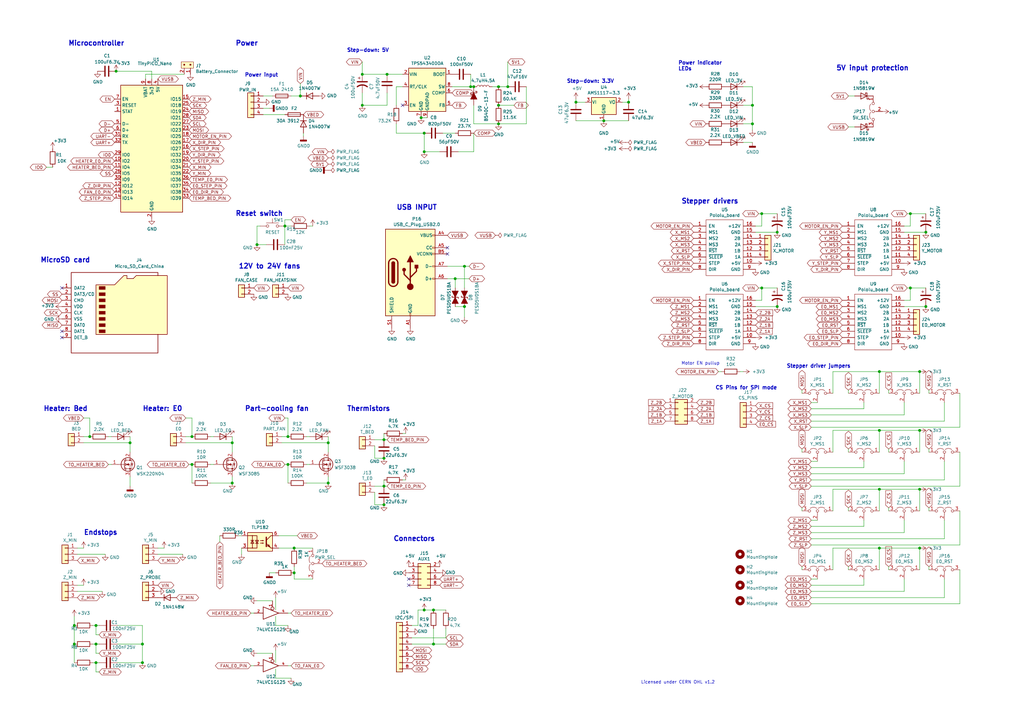
<source format=kicad_sch>
(kicad_sch (version 20210126) (generator eeschema)
  (paper "A3")
  (title_block (title "MRR ESPA") (date "2019-10-06") (rev "v1.3"))
  (junction (at -175.895 10.795) (diameter 1.016))
  (junction (at 30.48 256.54) (diameter 1.016))
  (junction (at 30.48 264.16) (diameter 1.016))
  (junction (at 36.83 179.07) (diameter 1.016))
  (junction (at 39.37 256.54) (diameter 1.016))
  (junction (at 39.37 264.16) (diameter 1.016))
  (junction (at 39.37 271.78) (diameter 1.016))
  (junction (at 47.625 29.21) (diameter 1.016))
  (junction (at 53.34 181.61) (diameter 1.016))
  (junction (at 58.42 264.16) (diameter 1.016))
  (junction (at 58.42 271.78) (diameter 1.016))
  (junction (at 78.74 179.07) (diameter 1.016))
  (junction (at 78.74 190.5) (diameter 1.016))
  (junction (at 95.25 181.61) (diameter 1.016))
  (junction (at 95.25 198.12) (diameter 1.016))
  (junction (at 105.41 100.33) (diameter 1.016))
  (junction (at 116.84 92.71) (diameter 1.016))
  (junction (at 118.11 179.07) (diameter 1.016))
  (junction (at 118.11 190.5) (diameter 1.016))
  (junction (at 120.65 224.79) (diameter 1.016))
  (junction (at 120.65 234.95) (diameter 1.016))
  (junction (at 123.19 39.37) (diameter 1.016))
  (junction (at 134.62 181.61) (diameter 1.016))
  (junction (at 134.62 198.12) (diameter 1.016))
  (junction (at 148.59 30.48) (diameter 1.016))
  (junction (at 148.59 43.18) (diameter 1.016))
  (junction (at 157.48 180.34) (diameter 1.016))
  (junction (at 157.48 187.96) (diameter 1.016))
  (junction (at 157.48 199.39) (diameter 1.016))
  (junction (at 157.48 207.01) (diameter 1.016))
  (junction (at 158.75 30.48) (diameter 1.016))
  (junction (at 172.72 48.26) (diameter 1.016))
  (junction (at 173.99 54.61) (diameter 1.016))
  (junction (at 173.99 62.23) (diameter 1.016))
  (junction (at 173.99 250.19) (diameter 1.016))
  (junction (at 177.8 250.19) (diameter 1.016))
  (junction (at 177.8 264.16) (diameter 1.016))
  (junction (at 186.69 114.3) (diameter 1.016))
  (junction (at 190.5 109.22) (diameter 1.016))
  (junction (at 190.5 125.73) (diameter 1.016))
  (junction (at 193.04 35.56) (diameter 1.016))
  (junction (at 194.31 35.56) (diameter 1.016))
  (junction (at 204.47 35.56) (diameter 1.016))
  (junction (at 204.47 43.18) (diameter 1.016))
  (junction (at 204.47 50.8) (diameter 1.016))
  (junction (at 208.28 35.56) (diameter 1.016))
  (junction (at 236.22 41.91) (diameter 1.016))
  (junction (at 247.65 49.53) (diameter 1.016))
  (junction (at 257.81 41.91) (diameter 1.016))
  (junction (at 308.61 43.18) (diameter 1.016))
  (junction (at 308.61 50.8) (diameter 1.016))
  (junction (at 312.42 87.63) (diameter 1.016))
  (junction (at 312.42 118.11) (diameter 1.016))
  (junction (at 318.77 95.25) (diameter 1.016))
  (junction (at 318.77 125.73) (diameter 1.016))
  (junction (at 360.68 152.4) (diameter 1.016))
  (junction (at 360.68 176.53) (diameter 1.016))
  (junction (at 360.68 200.66) (diameter 1.016))
  (junction (at 360.68 224.79) (diameter 1.016))
  (junction (at 373.38 87.63) (diameter 1.016))
  (junction (at 373.38 118.11) (diameter 1.016))
  (junction (at 377.19 152.4) (diameter 1.016))
  (junction (at 377.19 176.53) (diameter 1.016))
  (junction (at 377.19 200.66) (diameter 1.016))
  (junction (at 377.19 224.79) (diameter 1.016))
  (junction (at 379.73 95.25) (diameter 1.016))
  (junction (at 379.73 125.73) (diameter 1.016))
  (no_connect (at -173.355 46.355))
  (no_connect (at -173.355 48.895))
  (no_connect (at -173.355 51.435))
  (no_connect (at -173.355 53.975))
  (no_connect (at -173.355 56.515))
  (no_connect (at -173.355 59.055))
  (no_connect (at 25.4 118.11))
  (no_connect (at 25.4 135.89))
  (no_connect (at 25.4 138.43))
  (no_connect (at 165.1 43.18))
  (no_connect (at 167.64 237.49))
  (no_connect (at 167.64 240.03))
  (no_connect (at 183.515 101.6))
  (no_connect (at 183.515 104.14))
  (wire (pts (xy -186.055 53.975) (xy -183.515 53.975)))
  (wire (pts (xy -158.115 10.795) (xy -175.895 10.795)))
  (wire (pts (xy -158.115 81.915) (xy -158.115 83.185)))
  (wire (pts (xy 19.05 68.58) (xy 21.59 68.58)))
  (wire (pts (xy 30.48 252.73) (xy 30.48 256.54)))
  (wire (pts (xy 30.48 264.16) (xy 30.48 256.54)))
  (wire (pts (xy 30.48 271.78) (xy 30.48 264.16)))
  (wire (pts (xy 31.75 227.33) (xy 43.18 227.33)))
  (wire (pts (xy 31.75 242.57) (xy 41.91 242.57)))
  (wire (pts (xy 34.29 171.45) (xy 36.83 171.45)))
  (wire (pts (xy 34.29 179.07) (xy 36.83 179.07)))
  (wire (pts (xy 34.29 181.61) (xy 53.34 181.61)))
  (wire (pts (xy 34.29 224.79) (xy 31.75 224.79)))
  (wire (pts (xy 34.29 240.03) (xy 31.75 240.03)))
  (wire (pts (xy 36.83 171.45) (xy 36.83 179.07)))
  (wire (pts (xy 38.1 256.54) (xy 39.37 256.54)))
  (wire (pts (xy 38.1 264.16) (xy 39.37 264.16)))
  (wire (pts (xy 38.1 271.78) (xy 39.37 271.78)))
  (wire (pts (xy 39.37 256.54) (xy 40.64 256.54)))
  (wire (pts (xy 39.37 260.35) (xy 39.37 256.54)))
  (wire (pts (xy 39.37 264.16) (xy 40.64 264.16)))
  (wire (pts (xy 39.37 267.97) (xy 39.37 264.16)))
  (wire (pts (xy 39.37 271.78) (xy 40.64 271.78)))
  (wire (pts (xy 39.37 275.59) (xy 39.37 271.78)))
  (wire (pts (xy 40.64 260.35) (xy 39.37 260.35)))
  (wire (pts (xy 40.64 267.97) (xy 39.37 267.97)))
  (wire (pts (xy 40.64 275.59) (xy 39.37 275.59)))
  (wire (pts (xy 44.45 190.5) (xy 45.72 190.5)))
  (wire (pts (xy 45.72 179.07) (xy 44.45 179.07)))
  (wire (pts (xy 47.625 29.21) (xy 62.23 29.21)))
  (wire (pts (xy 48.26 256.54) (xy 58.42 256.54)))
  (wire (pts (xy 48.26 264.16) (xy 58.42 264.16)))
  (wire (pts (xy 48.26 271.78) (xy 58.42 271.78)))
  (wire (pts (xy 53.34 179.07) (xy 53.34 181.61)))
  (wire (pts (xy 53.34 181.61) (xy 53.34 185.42)))
  (wire (pts (xy 53.34 195.58) (xy 53.34 199.39)))
  (wire (pts (xy 58.42 256.54) (xy 58.42 264.16)))
  (wire (pts (xy 58.42 264.16) (xy 58.42 271.78)))
  (wire (pts (xy 59.69 30.48) (xy 59.69 32.385)))
  (wire (pts (xy 59.69 30.48) (xy 75.565 30.48)))
  (wire (pts (xy 62.23 29.21) (xy 62.23 32.385)))
  (wire (pts (xy 64.77 227.33) (xy 74.93 227.33)))
  (wire (pts (xy 67.31 224.79) (xy 64.77 224.79)))
  (wire (pts (xy 76.2 171.45) (xy 78.74 171.45)))
  (wire (pts (xy 76.2 179.07) (xy 78.74 179.07)))
  (wire (pts (xy 76.2 181.61) (xy 95.25 181.61)))
  (wire (pts (xy 77.47 190.5) (xy 78.74 190.5)))
  (wire (pts (xy 78.74 171.45) (xy 78.74 179.07)))
  (wire (pts (xy 78.74 190.5) (xy 78.74 198.12)))
  (wire (pts (xy 86.36 179.07) (xy 87.63 179.07)))
  (wire (pts (xy 86.36 190.5) (xy 87.63 190.5)))
  (wire (pts (xy 86.36 198.12) (xy 95.25 198.12)))
  (wire (pts (xy 90.17 222.25) (xy 90.17 219.71)))
  (wire (pts (xy 95.25 179.07) (xy 95.25 181.61)))
  (wire (pts (xy 95.25 181.61) (xy 95.25 185.42)))
  (wire (pts (xy 95.25 195.58) (xy 95.25 198.12)))
  (wire (pts (xy 99.06 219.71) (xy 97.79 219.71)))
  (wire (pts (xy 99.06 224.79) (xy 99.06 227.33)))
  (wire (pts (xy 102.87 251.46) (xy 104.14 251.46)))
  (wire (pts (xy 102.87 273.05) (xy 104.14 273.05)))
  (wire (pts (xy 105.41 92.71) (xy 105.41 100.33)))
  (wire (pts (xy 105.41 246.38) (xy 111.76 246.38)))
  (wire (pts (xy 105.41 267.97) (xy 111.76 267.97)))
  (wire (pts (xy 106.68 92.71) (xy 105.41 92.71)))
  (wire (pts (xy 107.95 39.37) (xy 111.76 39.37)))
  (wire (pts (xy 107.95 44.45) (xy 110.49 44.45)))
  (wire (pts (xy 109.22 100.33) (xy 105.41 100.33)))
  (wire (pts (xy 110.49 234.95) (xy 113.03 234.95)))
  (wire (pts (xy 113.03 245.11) (xy 113.03 250.19)))
  (wire (pts (xy 113.03 252.73) (xy 113.03 256.54)))
  (wire (pts (xy 113.03 256.54) (xy 118.11 256.54)))
  (wire (pts (xy 113.03 266.7) (xy 113.03 271.78)))
  (wire (pts (xy 113.03 274.32) (xy 113.03 278.13)))
  (wire (pts (xy 113.03 278.13) (xy 119.38 278.13)))
  (wire (pts (xy 114.3 224.79) (xy 120.65 224.79)))
  (wire (pts (xy 115.57 181.61) (xy 134.62 181.61)))
  (wire (pts (xy 116.84 46.99) (xy 107.95 46.99)))
  (wire (pts (xy 116.84 90.17) (xy 116.84 92.71)))
  (wire (pts (xy 116.84 92.71) (xy 116.84 100.33)))
  (wire (pts (xy 116.84 92.71) (xy 119.38 92.71)))
  (wire (pts (xy 116.84 171.45) (xy 118.11 171.45)))
  (wire (pts (xy 116.84 190.5) (xy 118.11 190.5)))
  (wire (pts (xy 118.11 171.45) (xy 118.11 179.07)))
  (wire (pts (xy 118.11 179.07) (xy 115.57 179.07)))
  (wire (pts (xy 118.11 198.12) (xy 118.11 190.5)))
  (wire (pts (xy 118.11 251.46) (xy 119.38 251.46)))
  (wire (pts (xy 118.11 273.05) (xy 119.38 273.05)))
  (wire (pts (xy 119.38 90.17) (xy 116.84 90.17)))
  (wire (pts (xy 120.65 224.79) (xy 128.27 224.79)))
  (wire (pts (xy 120.65 232.41) (xy 120.65 234.95)))
  (wire (pts (xy 120.65 237.49) (xy 120.65 234.95)))
  (wire (pts (xy 121.92 219.71) (xy 114.3 219.71)))
  (wire (pts (xy 123.19 34.29) (xy 123.19 39.37)))
  (wire (pts (xy 123.19 39.37) (xy 119.38 39.37)))
  (wire (pts (xy 124.46 54.61) (xy 124.46 55.88)))
  (wire (pts (xy 125.73 190.5) (xy 127 190.5)))
  (wire (pts (xy 125.73 198.12) (xy 134.62 198.12)))
  (wire (pts (xy 127 92.71) (xy 128.27 92.71)))
  (wire (pts (xy 127 179.07) (xy 125.73 179.07)))
  (wire (pts (xy 128.27 237.49) (xy 120.65 237.49)))
  (wire (pts (xy 134.62 179.07) (xy 134.62 181.61)))
  (wire (pts (xy 134.62 181.61) (xy 134.62 185.42)))
  (wire (pts (xy 134.62 195.58) (xy 134.62 198.12)))
  (wire (pts (xy 148.59 25.4) (xy 148.59 30.48)))
  (wire (pts (xy 148.59 38.1) (xy 148.59 43.18)))
  (wire (pts (xy 153.67 180.34) (xy 157.48 180.34)))
  (wire (pts (xy 153.67 182.88) (xy 153.67 187.96)))
  (wire (pts (xy 153.67 187.96) (xy 157.48 187.96)))
  (wire (pts (xy 153.67 199.39) (xy 157.48 199.39)))
  (wire (pts (xy 153.67 201.93) (xy 153.67 207.01)))
  (wire (pts (xy 153.67 207.01) (xy 157.48 207.01)))
  (wire (pts (xy 157.48 177.8) (xy 157.48 180.34)))
  (wire (pts (xy 157.48 180.34) (xy 158.75 180.34)))
  (wire (pts (xy 157.48 196.85) (xy 157.48 199.39)))
  (wire (pts (xy 157.48 199.39) (xy 158.75 199.39)))
  (wire (pts (xy 158.75 30.48) (xy 148.59 30.48)))
  (wire (pts (xy 158.75 38.1) (xy 158.75 43.18)))
  (wire (pts (xy 158.75 43.18) (xy 148.59 43.18)))
  (wire (pts (xy 162.56 35.56) (xy 162.56 43.18)))
  (wire (pts (xy 162.56 50.8) (xy 162.56 54.61)))
  (wire (pts (xy 162.56 54.61) (xy 173.99 54.61)))
  (wire (pts (xy 165.1 30.48) (xy 158.75 30.48)))
  (wire (pts (xy 165.1 35.56) (xy 162.56 35.56)))
  (wire (pts (xy 166.37 177.8) (xy 165.1 177.8)))
  (wire (pts (xy 166.37 196.85) (xy 165.1 196.85)))
  (wire (pts (xy 168.91 256.54) (xy 171.45 256.54)))
  (wire (pts (xy 171.45 250.19) (xy 173.99 250.19)))
  (wire (pts (xy 171.45 256.54) (xy 171.45 250.19)))
  (wire (pts (xy 172.72 48.26) (xy 175.26 48.26)))
  (wire (pts (xy 173.99 54.61) (xy 173.99 62.23)))
  (wire (pts (xy 173.99 250.19) (xy 177.8 250.19)))
  (wire (pts (xy 177.8 257.81) (xy 177.8 264.16)))
  (wire (pts (xy 177.8 264.16) (xy 168.91 264.16)))
  (wire (pts (xy 180.34 62.23) (xy 173.99 62.23)))
  (wire (pts (xy 181.61 54.61) (xy 186.69 54.61)))
  (wire (pts (xy 182.88 250.19) (xy 177.8 250.19)))
  (wire (pts (xy 182.88 257.81) (xy 182.88 261.62)))
  (wire (pts (xy 182.88 261.62) (xy 168.91 261.62)))
  (wire (pts (xy 182.88 264.16) (xy 177.8 264.16)))
  (wire (pts (xy 183.515 109.22) (xy 190.5 109.22)))
  (wire (pts (xy 183.515 114.3) (xy 186.69 114.3)))
  (wire (pts (xy 185.42 35.56) (xy 193.04 35.56)))
  (wire (pts (xy 186.69 114.3) (xy 186.69 118.11)))
  (wire (pts (xy 186.69 114.3) (xy 192.405 114.3)))
  (wire (pts (xy 186.69 125.73) (xy 190.5 125.73)))
  (wire (pts (xy 187.96 62.23) (xy 194.31 62.23)))
  (wire (pts (xy 190.5 109.22) (xy 190.5 118.11)))
  (wire (pts (xy 190.5 109.22) (xy 192.405 109.22)))
  (wire (pts (xy 190.5 125.73) (xy 190.5 130.175)))
  (wire (pts (xy 193.04 35.56) (xy 193.04 30.48)))
  (wire (pts (xy 194.31 35.56) (xy 193.04 35.56)))
  (wire (pts (xy 194.31 43.18) (xy 194.31 50.8)))
  (wire (pts (xy 194.31 50.8) (xy 204.47 50.8)))
  (wire (pts (xy 194.31 62.23) (xy 194.31 54.61)))
  (wire (pts (xy 201.93 35.56) (xy 204.47 35.56)))
  (wire (pts (xy 204.47 43.18) (xy 210.82 43.18)))
  (wire (pts (xy 208.28 25.4) (xy 208.28 35.56)))
  (wire (pts (xy 208.28 35.56) (xy 204.47 35.56)))
  (wire (pts (xy 215.9 35.56) (xy 215.9 50.8)))
  (wire (pts (xy 215.9 50.8) (xy 204.47 50.8)))
  (wire (pts (xy 236.22 40.64) (xy 236.22 41.91)))
  (wire (pts (xy 236.22 41.91) (xy 240.03 41.91)))
  (wire (pts (xy 236.22 49.53) (xy 247.65 49.53)))
  (wire (pts (xy 255.27 41.91) (xy 257.81 41.91)))
  (wire (pts (xy 257.81 40.64) (xy 257.81 41.91)))
  (wire (pts (xy 257.81 49.53) (xy 247.65 49.53)))
  (wire (pts (xy 294.64 152.4) (xy 295.91 152.4)))
  (wire (pts (xy 303.53 152.4) (xy 304.8 152.4)))
  (wire (pts (xy 304.8 35.56) (xy 308.61 35.56)))
  (wire (pts (xy 304.8 43.18) (xy 308.61 43.18)))
  (wire (pts (xy 304.8 50.8) (xy 308.61 50.8)))
  (wire (pts (xy 304.8 58.42) (xy 308.61 58.42)))
  (wire (pts (xy 308.61 35.56) (xy 308.61 43.18)))
  (wire (pts (xy 308.61 43.18) (xy 308.61 50.8)))
  (wire (pts (xy 308.61 50.8) (xy 308.61 53.34)))
  (wire (pts (xy 309.88 92.71) (xy 312.42 92.71)))
  (wire (pts (xy 309.88 95.25) (xy 318.77 95.25)))
  (wire (pts (xy 309.88 123.19) (xy 312.42 123.19)))
  (wire (pts (xy 309.88 125.73) (xy 318.77 125.73)))
  (wire (pts (xy 312.42 87.63) (xy 311.15 87.63)))
  (wire (pts (xy 312.42 92.71) (xy 312.42 87.63)))
  (wire (pts (xy 312.42 118.11) (xy 311.15 118.11)))
  (wire (pts (xy 312.42 123.19) (xy 312.42 118.11)))
  (wire (pts (xy 318.77 87.63) (xy 312.42 87.63)))
  (wire (pts (xy 318.77 118.11) (xy 312.42 118.11)))
  (wire (pts (xy 328.93 161.29) (xy 328.93 160.02)))
  (wire (pts (xy 328.93 185.42) (xy 328.93 184.15)))
  (wire (pts (xy 328.93 209.55) (xy 328.93 208.28)))
  (wire (pts (xy 328.93 233.68) (xy 328.93 232.41)))
  (wire (pts (xy 332.74 167.64) (xy 354.33 167.64)))
  (wire (pts (xy 332.74 170.18) (xy 370.84 170.18)))
  (wire (pts (xy 332.74 172.72) (xy 387.35 172.72)))
  (wire (pts (xy 332.74 191.77) (xy 354.33 191.77)))
  (wire (pts (xy 332.74 194.31) (xy 370.84 194.31)))
  (wire (pts (xy 332.74 196.85) (xy 387.35 196.85)))
  (wire (pts (xy 332.74 215.9) (xy 354.33 215.9)))
  (wire (pts (xy 332.74 218.44) (xy 370.84 218.44)))
  (wire (pts (xy 332.74 220.98) (xy 387.35 220.98)))
  (wire (pts (xy 332.74 240.03) (xy 354.33 240.03)))
  (wire (pts (xy 332.74 242.57) (xy 370.84 242.57)))
  (wire (pts (xy 332.74 245.11) (xy 387.35 245.11)))
  (wire (pts (xy 335.28 165.1) (xy 332.74 165.1)))
  (wire (pts (xy 335.28 189.23) (xy 332.74 189.23)))
  (wire (pts (xy 335.28 213.36) (xy 332.74 213.36)))
  (wire (pts (xy 335.28 237.49) (xy 332.74 237.49)))
  (wire (pts (xy 341.63 152.4) (xy 360.68 152.4)))
  (wire (pts (xy 341.63 161.29) (xy 341.63 152.4)))
  (wire (pts (xy 341.63 176.53) (xy 360.68 176.53)))
  (wire (pts (xy 341.63 185.42) (xy 341.63 176.53)))
  (wire (pts (xy 341.63 200.66) (xy 360.68 200.66)))
  (wire (pts (xy 341.63 209.55) (xy 341.63 200.66)))
  (wire (pts (xy 341.63 224.79) (xy 360.68 224.79)))
  (wire (pts (xy 341.63 233.68) (xy 341.63 224.79)))
  (wire (pts (xy 347.98 39.37) (xy 350.52 39.37)))
  (wire (pts (xy 347.98 52.07) (xy 350.52 52.07)))
  (wire (pts (xy 347.98 161.29) (xy 347.98 160.02)))
  (wire (pts (xy 347.98 185.42) (xy 347.98 184.15)))
  (wire (pts (xy 347.98 209.55) (xy 347.98 208.28)))
  (wire (pts (xy 347.98 233.68) (xy 347.98 232.41)))
  (wire (pts (xy 354.33 167.64) (xy 354.33 165.1)))
  (wire (pts (xy 354.33 191.77) (xy 354.33 189.23)))
  (wire (pts (xy 354.33 215.9) (xy 354.33 213.36)))
  (wire (pts (xy 354.33 240.03) (xy 354.33 237.49)))
  (wire (pts (xy 360.68 152.4) (xy 360.68 161.29)))
  (wire (pts (xy 360.68 176.53) (xy 360.68 185.42)))
  (wire (pts (xy 360.68 200.66) (xy 360.68 209.55)))
  (wire (pts (xy 360.68 224.79) (xy 360.68 233.68)))
  (wire (pts (xy 364.49 160.02) (xy 364.49 161.29)))
  (wire (pts (xy 364.49 184.15) (xy 364.49 185.42)))
  (wire (pts (xy 364.49 208.28) (xy 364.49 209.55)))
  (wire (pts (xy 364.49 233.68) (xy 364.49 232.41)))
  (wire (pts (xy 370.84 92.71) (xy 373.38 92.71)))
  (wire (pts (xy 370.84 95.25) (xy 379.73 95.25)))
  (wire (pts (xy 370.84 123.19) (xy 373.38 123.19)))
  (wire (pts (xy 370.84 125.73) (xy 379.73 125.73)))
  (wire (pts (xy 370.84 170.18) (xy 370.84 165.1)))
  (wire (pts (xy 370.84 194.31) (xy 370.84 189.23)))
  (wire (pts (xy 370.84 218.44) (xy 370.84 213.36)))
  (wire (pts (xy 370.84 242.57) (xy 370.84 237.49)))
  (wire (pts (xy 373.38 87.63) (xy 372.11 87.63)))
  (wire (pts (xy 373.38 92.71) (xy 373.38 87.63)))
  (wire (pts (xy 373.38 118.11) (xy 372.11 118.11)))
  (wire (pts (xy 373.38 123.19) (xy 373.38 118.11)))
  (wire (pts (xy 377.19 152.4) (xy 360.68 152.4)))
  (wire (pts (xy 377.19 152.4) (xy 377.19 161.29)))
  (wire (pts (xy 377.19 176.53) (xy 360.68 176.53)))
  (wire (pts (xy 377.19 176.53) (xy 377.19 185.42)))
  (wire (pts (xy 377.19 200.66) (xy 360.68 200.66)))
  (wire (pts (xy 377.19 200.66) (xy 377.19 209.55)))
  (wire (pts (xy 377.19 224.79) (xy 360.68 224.79)))
  (wire (pts (xy 377.19 224.79) (xy 377.19 233.68)))
  (wire (pts (xy 379.73 87.63) (xy 373.38 87.63)))
  (wire (pts (xy 379.73 118.11) (xy 373.38 118.11)))
  (wire (pts (xy 381 161.29) (xy 381 160.02)))
  (wire (pts (xy 381 185.42) (xy 381 184.15)))
  (wire (pts (xy 381 209.55) (xy 381 208.28)))
  (wire (pts (xy 381 233.68) (xy 381 232.41)))
  (wire (pts (xy 387.35 172.72) (xy 387.35 165.1)))
  (wire (pts (xy 387.35 196.85) (xy 387.35 189.23)))
  (wire (pts (xy 387.35 220.98) (xy 387.35 213.36)))
  (wire (pts (xy 387.35 245.11) (xy 387.35 237.49)))
  (wire (pts (xy 393.7 161.29) (xy 393.7 175.26)))
  (wire (pts (xy 393.7 175.26) (xy 332.74 175.26)))
  (wire (pts (xy 393.7 185.42) (xy 393.7 199.39)))
  (wire (pts (xy 393.7 199.39) (xy 332.74 199.39)))
  (wire (pts (xy 393.7 209.55) (xy 393.7 223.52)))
  (wire (pts (xy 393.7 223.52) (xy 332.74 223.52)))
  (wire (pts (xy 393.7 233.68) (xy 393.7 247.65)))
  (wire (pts (xy 393.7 247.65) (xy 332.74 247.65)))
  (text "MicroSD card" (at 16.51 107.95 0) (effects (font (size 2.0066 2.0066) (thickness 0.4013) bold) (justify left bottom)))
  (text "Heater: Bed" (at 17.78 168.91 0) (effects (font (size 2.0066 2.0066) (thickness 0.4013) bold) (justify left bottom)))
  (text "Microcontroller" (at 27.94 19.05 0) (effects (font (size 2.0066 2.0066) (thickness 0.4013) bold) (justify left bottom)))
  (text "Endstops" (at 34.29 219.71 0) (effects (font (size 2.0066 2.0066) (thickness 0.4013) bold) (justify left bottom)))
  (text "Heater: E0" (at 58.42 168.91 0) (effects (font (size 2.0066 2.0066) (thickness 0.4013) bold) (justify left bottom)))
  (text "Power" (at 96.52 19.05 0) (effects (font (size 2.0066 2.0066) (thickness 0.4013) bold) (justify left bottom)))
  (text "Reset switch" (at 96.52 88.9 0) (effects (font (size 2.0066 2.0066) (thickness 0.4013) bold) (justify left bottom)))
  (text "12V to 24V fans" (at 97.79 110.49 0) (effects (font (size 2.0066 2.0066) (thickness 0.4013) bold) (justify left bottom)))
  (text "Power input" (at 100.33 31.75 0) (effects (font (size 1.4986 1.4986) (thickness 0.2997) bold) (justify left bottom)))
  (text "Part-cooling fan" (at 100.33 168.91 0) (effects (font (size 2.0066 2.0066) (thickness 0.4013) bold) (justify left bottom)))
  (text "Step-down: 5V" (at 142.24 21.59 0) (effects (font (size 1.4986 1.4986) (thickness 0.2997) bold) (justify left bottom)))
  (text "Thermistors" (at 142.24 168.91 0) (effects (font (size 2.0066 2.0066) (thickness 0.4013) bold) (justify left bottom)))
  (text "Connectors" (at 161.29 222.25 0) (effects (font (size 2.0066 2.0066) (thickness 0.4013) bold) (justify left bottom)))
  (text "USB INPUT" (at 162.56 86.36 0) (effects (font (size 2.007 2.007) (thickness 0.4014) bold) (justify left bottom)))
  (text "Step-down: 3.3V" (at 232.41 34.29 0) (effects (font (size 1.4986 1.4986) (thickness 0.2997) bold) (justify left bottom)))
  (text "Licensed under CERN OHL v1.2" (at 262.89 280.67 0) (effects (font (size 1.27 1.27)) (justify left bottom)))
  (text "Power indicator\nLEDs" (at 278.13 29.21 0) (effects (font (size 1.4986 1.4986) (thickness 0.2997) bold) (justify left bottom)))
  (text "Stepper drivers" (at 279.4 83.82 0) (effects (font (size 2.0066 2.0066) (thickness 0.4013) bold) (justify left bottom)))
  (text "Motor EN pullup" (at 279.4 149.86 0) (effects (font (size 1.27 1.27)) (justify left bottom)))
  (text "CS Pins for SPI mode" (at 293.37 160.02 0) (effects (font (size 1.4986 1.4986) (thickness 0.2997) bold) (justify left bottom)))
  (text "Stepper driver jumpers" (at 322.58 151.13 0) (effects (font (size 1.4986 1.4986) (thickness 0.2997) bold) (justify left bottom)))
  (text "5V input protection" (at 342.9 29.21 0) (effects (font (size 2.0066 2.0066) (thickness 0.4013) bold) (justify left bottom)))
  (global_label "IO0" (shape bidirectional) (at -186.055 53.975 180) (property "Intersheet References" "${INTERSHEET_REFS}" (effects hide)))
  (global_label "EN" (shape bidirectional) (at -173.355 15.875 180) (property "Intersheet References" "${INTERSHEET_REFS}" (effects hide)))
  (global_label "TEMP_E0_PIN" (shape bidirectional) (at -173.355 20.955 180) (property "Intersheet References" "${INTERSHEET_REFS}" (effects hide)))
  (global_label "TEMP_BED_PIN" (shape bidirectional) (at -173.355 23.495 180) (property "Intersheet References" "${INTERSHEET_REFS}" (effects hide)))
  (global_label "IO0" (shape bidirectional) (at -142.875 15.875 0) (property "Intersheet References" "${INTERSHEET_REFS}" (effects hide)))
  (global_label "UART+" (shape bidirectional) (at -142.875 18.415 0) (property "Intersheet References" "${INTERSHEET_REFS}" (effects hide)))
  (global_label "HEATER_E0_PIN" (shape bidirectional) (at -142.875 20.955 0) (property "Intersheet References" "${INTERSHEET_REFS}" (effects hide)))
  (global_label "UART-" (shape bidirectional) (at -142.875 23.495 0) (property "Intersheet References" "${INTERSHEET_REFS}" (effects hide)))
  (global_label "HEATER_BED_PIN" (shape bidirectional) (at -142.875 26.035 0) (property "Intersheet References" "${INTERSHEET_REFS}" (effects hide)))
  (global_label "SS" (shape bidirectional) (at -142.875 28.575 0) (property "Intersheet References" "${INTERSHEET_REFS}" (effects hide)))
  (global_label "Z_DIR_PIN" (shape bidirectional) (at -142.875 31.115 0) (property "Intersheet References" "${INTERSHEET_REFS}" (effects hide)))
  (global_label "FAN_E0_PIN" (shape bidirectional) (at -142.875 33.655 0) (property "Intersheet References" "${INTERSHEET_REFS}" (effects hide)))
  (global_label "Z_STEP_PIN" (shape bidirectional) (at -142.875 36.195 0) (property "Intersheet References" "${INTERSHEET_REFS}" (effects hide)))
  (global_label "Z_MIN" (shape bidirectional) (at -142.875 38.735 0) (property "Intersheet References" "${INTERSHEET_REFS}" (effects hide)))
  (global_label "E0_STEP_PIN" (shape bidirectional) (at -142.875 41.275 0) (property "Intersheet References" "${INTERSHEET_REFS}" (effects hide)))
  (global_label "E0_DIR_PIN" (shape bidirectional) (at -142.875 43.815 0) (property "Intersheet References" "${INTERSHEET_REFS}" (effects hide)))
  (global_label "SCK" (shape bidirectional) (at -142.875 46.355 0) (property "Intersheet References" "${INTERSHEET_REFS}" (effects hide)))
  (global_label "MISO" (shape bidirectional) (at -142.875 48.895 0) (property "Intersheet References" "${INTERSHEET_REFS}" (effects hide)))
  (global_label "SDA" (shape bidirectional) (at -142.875 51.435 0) (property "Intersheet References" "${INTERSHEET_REFS}" (effects hide)))
  (global_label "SCL" (shape bidirectional) (at -142.875 53.975 0) (property "Intersheet References" "${INTERSHEET_REFS}" (effects hide)))
  (global_label "MOSI" (shape bidirectional) (at -142.875 56.515 0) (property "Intersheet References" "${INTERSHEET_REFS}" (effects hide)))
  (global_label "MOTOR_EN_PIN" (shape bidirectional) (at -142.875 59.055 0) (property "Intersheet References" "${INTERSHEET_REFS}" (effects hide)))
  (global_label "X_DIR_PIN" (shape bidirectional) (at -142.875 61.595 0) (property "Intersheet References" "${INTERSHEET_REFS}" (effects hide)))
  (global_label "X_STEP_PIN" (shape bidirectional) (at -142.875 64.135 0) (property "Intersheet References" "${INTERSHEET_REFS}" (effects hide)))
  (global_label "Y_DIR_PIN" (shape bidirectional) (at -142.875 66.675 0) (property "Intersheet References" "${INTERSHEET_REFS}" (effects hide)))
  (global_label "Y_STEP_PIN" (shape bidirectional) (at -142.875 69.215 0) (property "Intersheet References" "${INTERSHEET_REFS}" (effects hide)))
  (global_label "X_MIN" (shape bidirectional) (at -142.875 71.755 0) (property "Intersheet References" "${INTERSHEET_REFS}" (effects hide)))
  (global_label "Y_MIN" (shape bidirectional) (at -142.875 74.295 0) (property "Intersheet References" "${INTERSHEET_REFS}" (effects hide)))
  (global_label "IO0" (shape bidirectional) (at 19.05 68.58 180) (property "Intersheet References" "${INTERSHEET_REFS}" (effects hide)))
  (global_label "SS" (shape bidirectional) (at 25.4 120.65 180) (property "Intersheet References" "${INTERSHEET_REFS}" (effects hide)))
  (global_label "MOSI" (shape bidirectional) (at 25.4 123.19 180) (property "Intersheet References" "${INTERSHEET_REFS}" (effects hide)))
  (global_label "SCK" (shape bidirectional) (at 25.4 128.27 180) (property "Intersheet References" "${INTERSHEET_REFS}" (effects hide)))
  (global_label "MISO" (shape bidirectional) (at 25.4 133.35 180) (property "Intersheet References" "${INTERSHEET_REFS}" (effects hide)))
  (global_label "X_MIN" (shape bidirectional) (at 31.75 229.87 0) (property "Intersheet References" "${INTERSHEET_REFS}" (effects hide)))
  (global_label "Z_MIN" (shape bidirectional) (at 31.75 245.11 0) (property "Intersheet References" "${INTERSHEET_REFS}" (effects hide)))
  (global_label "VBED" (shape bidirectional) (at 34.29 171.45 180) (property "Intersheet References" "${INTERSHEET_REFS}" (effects hide)))
  (global_label "X_MIN" (shape bidirectional) (at 40.64 260.35 0) (property "Intersheet References" "${INTERSHEET_REFS}" (effects hide)))
  (global_label "Y_MIN" (shape bidirectional) (at 40.64 267.97 0) (property "Intersheet References" "${INTERSHEET_REFS}" (effects hide)))
  (global_label "Z_MIN" (shape bidirectional) (at 40.64 275.59 0) (property "Intersheet References" "${INTERSHEET_REFS}" (effects hide)))
  (global_label "TO_HEATER_BED" (shape bidirectional) (at 44.45 190.5 180) (property "Intersheet References" "${INTERSHEET_REFS}" (effects hide)))
  (global_label "EN" (shape bidirectional) (at 46.99 40.64 180) (property "Intersheet References" "${INTERSHEET_REFS}" (effects hide)))
  (global_label "D-" (shape bidirectional) (at 46.99 50.8 180) (property "Intersheet References" "${INTERSHEET_REFS}" (effects hide)))
  (global_label "D+" (shape bidirectional) (at 46.99 53.34 180) (property "Intersheet References" "${INTERSHEET_REFS}" (effects hide)))
  (global_label "UART-" (shape bidirectional) (at 46.99 55.88 180) (property "Intersheet References" "${INTERSHEET_REFS}" (effects hide)))
  (global_label "UART+" (shape bidirectional) (at 46.99 58.42 180) (property "Intersheet References" "${INTERSHEET_REFS}" (effects hide)))
  (global_label "IO0" (shape bidirectional) (at 46.99 63.5 180) (property "Intersheet References" "${INTERSHEET_REFS}" (effects hide)))
  (global_label "HEATER_E0_PIN" (shape bidirectional) (at 46.99 66.04 180) (property "Intersheet References" "${INTERSHEET_REFS}" (effects hide)))
  (global_label "HEATER_BED_PIN" (shape bidirectional) (at 46.99 68.58 180) (property "Intersheet References" "${INTERSHEET_REFS}" (effects hide)))
  (global_label "SS" (shape bidirectional) (at 46.99 71.12 180) (property "Intersheet References" "${INTERSHEET_REFS}" (effects hide)))
  (global_label "Z_DIR_PIN" (shape bidirectional) (at 46.99 76.2 180) (property "Intersheet References" "${INTERSHEET_REFS}" (effects hide)))
  (global_label "FAN_E0_PIN" (shape bidirectional) (at 46.99 78.74 180) (property "Intersheet References" "${INTERSHEET_REFS}" (effects hide)))
  (global_label "Z_STEP_PIN" (shape bidirectional) (at 46.99 81.28 180) (property "Intersheet References" "${INTERSHEET_REFS}" (effects hide)))
  (global_label "VUSB" (shape bidirectional) (at 64.77 32.385 0) (property "Intersheet References" "${INTERSHEET_REFS}" (effects hide)))
  (global_label "Y_MIN" (shape bidirectional) (at 64.77 229.87 0) (property "Intersheet References" "${INTERSHEET_REFS}" (effects hide)))
  (global_label "VIN" (shape bidirectional) (at 64.77 240.03 0) (property "Intersheet References" "${INTERSHEET_REFS}" (effects hide)))
  (global_label "Z_MIN" (shape bidirectional) (at 72.39 245.11 0) (property "Intersheet References" "${INTERSHEET_REFS}" (effects hide)))
  (global_label "VIN" (shape bidirectional) (at 76.2 171.45 180) (property "Intersheet References" "${INTERSHEET_REFS}" (effects hide)))
  (global_label "Z_MIN" (shape bidirectional) (at 77.47 40.64 0) (property "Intersheet References" "${INTERSHEET_REFS}" (effects hide)))
  (global_label "SCK" (shape bidirectional) (at 77.47 43.18 0) (property "Intersheet References" "${INTERSHEET_REFS}" (effects hide)))
  (global_label "MISO" (shape bidirectional) (at 77.47 45.72 0) (property "Intersheet References" "${INTERSHEET_REFS}" (effects hide)))
  (global_label "SDA" (shape bidirectional) (at 77.47 48.26 0) (property "Intersheet References" "${INTERSHEET_REFS}" (effects hide)))
  (global_label "SCL" (shape bidirectional) (at 77.47 50.8 0) (property "Intersheet References" "${INTERSHEET_REFS}" (effects hide)))
  (global_label "MOSI" (shape bidirectional) (at 77.47 53.34 0) (property "Intersheet References" "${INTERSHEET_REFS}" (effects hide)))
  (global_label "MOTOR_EN_PIN" (shape bidirectional) (at 77.47 55.88 0) (property "Intersheet References" "${INTERSHEET_REFS}" (effects hide)))
  (global_label "X_DIR_PIN" (shape bidirectional) (at 77.47 58.42 0) (property "Intersheet References" "${INTERSHEET_REFS}" (effects hide)))
  (global_label "X_STEP_PIN" (shape bidirectional) (at 77.47 60.96 0) (property "Intersheet References" "${INTERSHEET_REFS}" (effects hide)))
  (global_label "Y_DIR_PIN" (shape bidirectional) (at 77.47 63.5 0) (property "Intersheet References" "${INTERSHEET_REFS}" (effects hide)))
  (global_label "Y_STEP_PIN" (shape bidirectional) (at 77.47 66.04 0) (property "Intersheet References" "${INTERSHEET_REFS}" (effects hide)))
  (global_label "X_MIN" (shape bidirectional) (at 77.47 68.58 0) (property "Intersheet References" "${INTERSHEET_REFS}" (effects hide)))
  (global_label "Y_MIN" (shape bidirectional) (at 77.47 71.12 0) (property "Intersheet References" "${INTERSHEET_REFS}" (effects hide)))
  (global_label "TEMP_E0_PIN" (shape bidirectional) (at 77.47 73.66 0) (property "Intersheet References" "${INTERSHEET_REFS}" (effects hide)))
  (global_label "E0_STEP_PIN" (shape bidirectional) (at 77.47 76.2 0) (property "Intersheet References" "${INTERSHEET_REFS}" (effects hide)))
  (global_label "E0_DIR_PIN" (shape bidirectional) (at 77.47 78.74 0) (property "Intersheet References" "${INTERSHEET_REFS}" (effects hide)))
  (global_label "TEMP_BED_PIN" (shape bidirectional) (at 77.47 81.28 0) (property "Intersheet References" "${INTERSHEET_REFS}" (effects hide)))
  (global_label "TO_HEATER_E0" (shape bidirectional) (at 77.47 190.5 180) (property "Intersheet References" "${INTERSHEET_REFS}" (effects hide)))
  (global_label "HEATER_BED_PIN" (shape bidirectional) (at 90.17 222.25 270) (property "Intersheet References" "${INTERSHEET_REFS}" (effects hide)))
  (global_label "HEATER_E0_PIN" (shape bidirectional) (at 102.87 251.46 180) (property "Intersheet References" "${INTERSHEET_REFS}" (effects hide)))
  (global_label "FAN_E0_PIN" (shape bidirectional) (at 102.87 273.05 180) (property "Intersheet References" "${INTERSHEET_REFS}" (effects hide)))
  (global_label "VIN" (shape bidirectional) (at 104.14 118.11 0) (property "Intersheet References" "${INTERSHEET_REFS}" (effects hide)))
  (global_label "VIN" (shape bidirectional) (at 116.84 171.45 180) (property "Intersheet References" "${INTERSHEET_REFS}" (effects hide)))
  (global_label "TO_FAN_E0" (shape bidirectional) (at 116.84 190.5 180) (property "Intersheet References" "${INTERSHEET_REFS}" (effects hide)))
  (global_label "VIN" (shape bidirectional) (at 118.11 118.11 0) (property "Intersheet References" "${INTERSHEET_REFS}" (effects hide)))
  (global_label "EN" (shape bidirectional) (at 119.38 90.17 0) (property "Intersheet References" "${INTERSHEET_REFS}" (effects hide)))
  (global_label "TO_HEATER_E0" (shape bidirectional) (at 119.38 251.46 0) (property "Intersheet References" "${INTERSHEET_REFS}" (effects hide)))
  (global_label "TO_FAN_E0" (shape bidirectional) (at 119.38 273.05 0) (property "Intersheet References" "${INTERSHEET_REFS}" (effects hide)))
  (global_label "VBED" (shape bidirectional) (at 121.92 219.71 0) (property "Intersheet References" "${INTERSHEET_REFS}" (effects hide)))
  (global_label "VIN" (shape bidirectional) (at 123.19 34.29 90) (property "Intersheet References" "${INTERSHEET_REFS}" (effects hide)))
  (global_label "VBED" (shape bidirectional) (at 124.46 46.99 0) (property "Intersheet References" "${INTERSHEET_REFS}" (effects hide)))
  (global_label "TO_HEATER_BED" (shape bidirectional) (at 132.08 231.14 0) (property "Intersheet References" "${INTERSHEET_REFS}" (effects hide)))
  (global_label "VIN" (shape bidirectional) (at 134.62 62.23 180) (property "Intersheet References" "${INTERSHEET_REFS}" (effects hide)))
  (global_label "VBED" (shape bidirectional) (at 134.62 64.77 180) (property "Intersheet References" "${INTERSHEET_REFS}" (effects hide)))
  (global_label "5V1" (shape bidirectional) (at 134.62 67.31 180) (property "Intersheet References" "${INTERSHEET_REFS}" (effects hide)))
  (global_label "VIN" (shape bidirectional) (at 148.59 25.4 180) (property "Intersheet References" "${INTERSHEET_REFS}" (effects hide)))
  (global_label "TEMP_BED_PIN" (shape bidirectional) (at 158.75 180.34 0) (property "Intersheet References" "${INTERSHEET_REFS}" (effects hide)))
  (global_label "TEMP_E0_PIN" (shape bidirectional) (at 158.75 199.39 0) (property "Intersheet References" "${INTERSHEET_REFS}" (effects hide)))
  (global_label "MOSI" (shape bidirectional) (at 168.91 266.7 0) (property "Intersheet References" "${INTERSHEET_REFS}" (effects hide)))
  (global_label "MISO" (shape bidirectional) (at 168.91 269.24 0) (property "Intersheet References" "${INTERSHEET_REFS}" (effects hide)))
  (global_label "SCK" (shape bidirectional) (at 168.91 271.78 0) (property "Intersheet References" "${INTERSHEET_REFS}" (effects hide)))
  (global_label "IO0" (shape bidirectional) (at 168.91 274.32 0) (property "Intersheet References" "${INTERSHEET_REFS}" (effects hide)))
  (global_label "UART+" (shape bidirectional) (at 180.34 237.49 0) (property "Intersheet References" "${INTERSHEET_REFS}" (effects hide)))
  (global_label "UART-" (shape bidirectional) (at 180.34 240.03 0) (property "Intersheet References" "${INTERSHEET_REFS}" (effects hide)))
  (global_label "SCL" (shape bidirectional) (at 182.88 261.62 0) (property "Intersheet References" "${INTERSHEET_REFS}" (effects hide)))
  (global_label "SDA" (shape bidirectional) (at 182.88 264.16 0) (property "Intersheet References" "${INTERSHEET_REFS}" (effects hide)))
  (global_label "VUSB" (shape bidirectional) (at 183.515 96.52 0) (property "Intersheet References" "${INTERSHEET_REFS}" (effects hide)))
  (global_label "COMP" (shape bidirectional) (at 185.42 38.1 0) (property "Intersheet References" "${INTERSHEET_REFS}" (effects hide)))
  (global_label "FB" (shape bidirectional) (at 185.42 43.18 0) (property "Intersheet References" "${INTERSHEET_REFS}" (effects hide)))
  (global_label "D-" (shape bidirectional) (at 192.405 109.22 0) (property "Intersheet References" "${INTERSHEET_REFS}" (effects hide)))
  (global_label "D+" (shape bidirectional) (at 192.405 114.3 0) (property "Intersheet References" "${INTERSHEET_REFS}" (effects hide)))
  (global_label "COMP" (shape bidirectional) (at 194.31 54.61 0) (property "Intersheet References" "${INTERSHEET_REFS}" (effects hide)))
  (global_label "VUSB" (shape bidirectional) (at 203.2 96.52 180) (property "Intersheet References" "${INTERSHEET_REFS}" (effects hide)))
  (global_label "5V1" (shape bidirectional) (at 208.28 25.4 0) (property "Intersheet References" "${INTERSHEET_REFS}" (effects hide)))
  (global_label "FB" (shape bidirectional) (at 210.82 43.18 0) (property "Intersheet References" "${INTERSHEET_REFS}" (effects hide)))
  (global_label "Z_2B" (shape input) (at 273.05 165.1 180) (property "Intersheet References" "${INTERSHEET_REFS}" (effects hide)))
  (global_label "Z_2A" (shape input) (at 273.05 167.64 180) (property "Intersheet References" "${INTERSHEET_REFS}" (effects hide)))
  (global_label "Z_1B" (shape input) (at 273.05 170.18 180) (property "Intersheet References" "${INTERSHEET_REFS}" (effects hide)))
  (global_label "Z_1A" (shape input) (at 273.05 172.72 180) (property "Intersheet References" "${INTERSHEET_REFS}" (effects hide)))
  (global_label "MOTOR_EN_PIN" (shape bidirectional) (at 284.48 92.71 180) (property "Intersheet References" "${INTERSHEET_REFS}" (effects hide)))
  (global_label "X_MS1" (shape bidirectional) (at 284.48 95.25 180) (property "Intersheet References" "${INTERSHEET_REFS}" (effects hide)))
  (global_label "X_MS2" (shape bidirectional) (at 284.48 97.79 180) (property "Intersheet References" "${INTERSHEET_REFS}" (effects hide)))
  (global_label "X_MS3" (shape bidirectional) (at 284.48 100.33 180) (property "Intersheet References" "${INTERSHEET_REFS}" (effects hide)))
  (global_label "X_RST" (shape bidirectional) (at 284.48 102.87 180) (property "Intersheet References" "${INTERSHEET_REFS}" (effects hide)))
  (global_label "X_SLP" (shape bidirectional) (at 284.48 105.41 180) (property "Intersheet References" "${INTERSHEET_REFS}" (effects hide)))
  (global_label "X_STEP_PIN" (shape bidirectional) (at 284.48 107.95 180) (property "Intersheet References" "${INTERSHEET_REFS}" (effects hide)))
  (global_label "X_DIR_PIN" (shape bidirectional) (at 284.48 110.49 180) (property "Intersheet References" "${INTERSHEET_REFS}" (effects hide)))
  (global_label "MOTOR_EN_PIN" (shape bidirectional) (at 284.48 123.19 180) (property "Intersheet References" "${INTERSHEET_REFS}" (effects hide)))
  (global_label "Z_MS1" (shape bidirectional) (at 284.48 125.73 180) (property "Intersheet References" "${INTERSHEET_REFS}" (effects hide)))
  (global_label "Z_MS2" (shape bidirectional) (at 284.48 128.27 180) (property "Intersheet References" "${INTERSHEET_REFS}" (effects hide)))
  (global_label "Z_MS3" (shape bidirectional) (at 284.48 130.81 180) (property "Intersheet References" "${INTERSHEET_REFS}" (effects hide)))
  (global_label "Z_RST" (shape bidirectional) (at 284.48 133.35 180) (property "Intersheet References" "${INTERSHEET_REFS}" (effects hide)))
  (global_label "Z_SLP" (shape bidirectional) (at 284.48 135.89 180) (property "Intersheet References" "${INTERSHEET_REFS}" (effects hide)))
  (global_label "Z_STEP_PIN" (shape bidirectional) (at 284.48 138.43 180) (property "Intersheet References" "${INTERSHEET_REFS}" (effects hide)))
  (global_label "Z_DIR_PIN" (shape bidirectional) (at 284.48 140.97 180) (property "Intersheet References" "${INTERSHEET_REFS}" (effects hide)))
  (global_label "Z_2B" (shape input) (at 285.75 165.1 0) (property "Intersheet References" "${INTERSHEET_REFS}" (effects hide)))
  (global_label "Z_2A" (shape input) (at 285.75 167.64 0) (property "Intersheet References" "${INTERSHEET_REFS}" (effects hide)))
  (global_label "Z_1B" (shape input) (at 285.75 170.18 0) (property "Intersheet References" "${INTERSHEET_REFS}" (effects hide)))
  (global_label "Z_1A" (shape input) (at 285.75 172.72 0) (property "Intersheet References" "${INTERSHEET_REFS}" (effects hide)))
  (global_label "VIN" (shape bidirectional) (at 289.56 50.8 180) (property "Intersheet References" "${INTERSHEET_REFS}" (effects hide)))
  (global_label "VBED" (shape bidirectional) (at 289.56 58.42 180) (property "Intersheet References" "${INTERSHEET_REFS}" (effects hide)))
  (global_label "MOTOR_EN_PIN" (shape bidirectional) (at 294.64 152.4 180) (property "Intersheet References" "${INTERSHEET_REFS}" (effects hide)))
  (global_label "Z_2B" (shape input) (at 309.88 128.27 0) (property "Intersheet References" "${INTERSHEET_REFS}" (effects hide)))
  (global_label "Z_2A" (shape input) (at 309.88 130.81 0) (property "Intersheet References" "${INTERSHEET_REFS}" (effects hide)))
  (global_label "Z_1B" (shape input) (at 309.88 133.35 0) (property "Intersheet References" "${INTERSHEET_REFS}" (effects hide)))
  (global_label "Z_1A" (shape input) (at 309.88 135.89 0) (property "Intersheet References" "${INTERSHEET_REFS}" (effects hide)))
  (global_label "X_CS" (shape input) (at 309.88 166.37 0) (property "Intersheet References" "${INTERSHEET_REFS}" (effects hide)))
  (global_label "Y_CS" (shape input) (at 309.88 168.91 0) (property "Intersheet References" "${INTERSHEET_REFS}" (effects hide)))
  (global_label "Z_CS" (shape input) (at 309.88 171.45 0) (property "Intersheet References" "${INTERSHEET_REFS}" (effects hide)))
  (global_label "E0_CS" (shape input) (at 309.88 173.99 0) (property "Intersheet References" "${INTERSHEET_REFS}" (effects hide)))
  (global_label "VIN" (shape bidirectional) (at 311.15 87.63 180) (property "Intersheet References" "${INTERSHEET_REFS}" (effects hide)))
  (global_label "VIN" (shape bidirectional) (at 311.15 118.11 180) (property "Intersheet References" "${INTERSHEET_REFS}" (effects hide)))
  (global_label "MOSI" (shape bidirectional) (at 328.93 160.02 90) (property "Intersheet References" "${INTERSHEET_REFS}" (effects hide)))
  (global_label "MOSI" (shape bidirectional) (at 328.93 184.15 90) (property "Intersheet References" "${INTERSHEET_REFS}" (effects hide)))
  (global_label "MOSI" (shape bidirectional) (at 328.93 208.28 90) (property "Intersheet References" "${INTERSHEET_REFS}" (effects hide)))
  (global_label "MOSI" (shape bidirectional) (at 328.93 232.41 90) (property "Intersheet References" "${INTERSHEET_REFS}" (effects hide)))
  (global_label "X_MS1" (shape bidirectional) (at 332.74 165.1 180) (property "Intersheet References" "${INTERSHEET_REFS}" (effects hide)))
  (global_label "X_MS2" (shape bidirectional) (at 332.74 167.64 180) (property "Intersheet References" "${INTERSHEET_REFS}" (effects hide)))
  (global_label "X_MS3" (shape bidirectional) (at 332.74 170.18 180) (property "Intersheet References" "${INTERSHEET_REFS}" (effects hide)))
  (global_label "X_RST" (shape bidirectional) (at 332.74 172.72 180) (property "Intersheet References" "${INTERSHEET_REFS}" (effects hide)))
  (global_label "X_SLP" (shape bidirectional) (at 332.74 175.26 180) (property "Intersheet References" "${INTERSHEET_REFS}" (effects hide)))
  (global_label "Y_MS1" (shape bidirectional) (at 332.74 189.23 180) (property "Intersheet References" "${INTERSHEET_REFS}" (effects hide)))
  (global_label "Y_MS2" (shape bidirectional) (at 332.74 191.77 180) (property "Intersheet References" "${INTERSHEET_REFS}" (effects hide)))
  (global_label "Y_MS3" (shape bidirectional) (at 332.74 194.31 180) (property "Intersheet References" "${INTERSHEET_REFS}" (effects hide)))
  (global_label "Y_RST" (shape bidirectional) (at 332.74 196.85 180) (property "Intersheet References" "${INTERSHEET_REFS}" (effects hide)))
  (global_label "Y_SLP" (shape bidirectional) (at 332.74 199.39 180) (property "Intersheet References" "${INTERSHEET_REFS}" (effects hide)))
  (global_label "Z_MS1" (shape bidirectional) (at 332.74 213.36 180) (property "Intersheet References" "${INTERSHEET_REFS}" (effects hide)))
  (global_label "Z_MS2" (shape bidirectional) (at 332.74 215.9 180) (property "Intersheet References" "${INTERSHEET_REFS}" (effects hide)))
  (global_label "Z_MS3" (shape bidirectional) (at 332.74 218.44 180) (property "Intersheet References" "${INTERSHEET_REFS}" (effects hide)))
  (global_label "Z_RST" (shape bidirectional) (at 332.74 220.98 180) (property "Intersheet References" "${INTERSHEET_REFS}" (effects hide)))
  (global_label "Z_SLP" (shape bidirectional) (at 332.74 223.52 180) (property "Intersheet References" "${INTERSHEET_REFS}" (effects hide)))
  (global_label "E0_MS1" (shape bidirectional) (at 332.74 237.49 180) (property "Intersheet References" "${INTERSHEET_REFS}" (effects hide)))
  (global_label "E0_MS2" (shape bidirectional) (at 332.74 240.03 180) (property "Intersheet References" "${INTERSHEET_REFS}" (effects hide)))
  (global_label "E0_MS3" (shape bidirectional) (at 332.74 242.57 180) (property "Intersheet References" "${INTERSHEET_REFS}" (effects hide)))
  (global_label "E0_RST" (shape bidirectional) (at 332.74 245.11 180) (property "Intersheet References" "${INTERSHEET_REFS}" (effects hide)))
  (global_label "E0_SLP" (shape bidirectional) (at 332.74 247.65 180) (property "Intersheet References" "${INTERSHEET_REFS}" (effects hide)))
  (global_label "MOTOR_EN_PIN" (shape bidirectional) (at 345.44 92.71 180) (property "Intersheet References" "${INTERSHEET_REFS}" (effects hide)))
  (global_label "Y_MS1" (shape bidirectional) (at 345.44 95.25 180) (property "Intersheet References" "${INTERSHEET_REFS}" (effects hide)))
  (global_label "Y_MS2" (shape bidirectional) (at 345.44 97.79 180) (property "Intersheet References" "${INTERSHEET_REFS}" (effects hide)))
  (global_label "Y_MS3" (shape bidirectional) (at 345.44 100.33 180) (property "Intersheet References" "${INTERSHEET_REFS}" (effects hide)))
  (global_label "Y_RST" (shape bidirectional) (at 345.44 102.87 180) (property "Intersheet References" "${INTERSHEET_REFS}" (effects hide)))
  (global_label "Y_SLP" (shape bidirectional) (at 345.44 105.41 180) (property "Intersheet References" "${INTERSHEET_REFS}" (effects hide)))
  (global_label "Y_STEP_PIN" (shape bidirectional) (at 345.44 107.95 180) (property "Intersheet References" "${INTERSHEET_REFS}" (effects hide)))
  (global_label "Y_DIR_PIN" (shape bidirectional) (at 345.44 110.49 180) (property "Intersheet References" "${INTERSHEET_REFS}" (effects hide)))
  (global_label "MOTOR_EN_PIN" (shape bidirectional) (at 345.44 123.19 180) (property "Intersheet References" "${INTERSHEET_REFS}" (effects hide)))
  (global_label "E0_MS1" (shape bidirectional) (at 345.44 125.73 180) (property "Intersheet References" "${INTERSHEET_REFS}" (effects hide)))
  (global_label "E0_MS2" (shape bidirectional) (at 345.44 128.27 180) (property "Intersheet References" "${INTERSHEET_REFS}" (effects hide)))
  (global_label "E0_MS3" (shape bidirectional) (at 345.44 130.81 180) (property "Intersheet References" "${INTERSHEET_REFS}" (effects hide)))
  (global_label "E0_RST" (shape bidirectional) (at 345.44 133.35 180) (property "Intersheet References" "${INTERSHEET_REFS}" (effects hide)))
  (global_label "E0_SLP" (shape bidirectional) (at 345.44 135.89 180) (property "Intersheet References" "${INTERSHEET_REFS}" (effects hide)))
  (global_label "E0_STEP_PIN" (shape bidirectional) (at 345.44 138.43 180) (property "Intersheet References" "${INTERSHEET_REFS}" (effects hide)))
  (global_label "E0_DIR_PIN" (shape bidirectional) (at 345.44 140.97 180) (property "Intersheet References" "${INTERSHEET_REFS}" (effects hide)))
  (global_label "5V1" (shape bidirectional) (at 347.98 39.37 180) (property "Intersheet References" "${INTERSHEET_REFS}" (effects hide)))
  (global_label "VUSB" (shape bidirectional) (at 347.98 52.07 180) (property "Intersheet References" "${INTERSHEET_REFS}" (effects hide)))
  (global_label "SCK" (shape bidirectional) (at 347.98 160.02 90) (property "Intersheet References" "${INTERSHEET_REFS}" (effects hide)))
  (global_label "SCK" (shape bidirectional) (at 347.98 184.15 90) (property "Intersheet References" "${INTERSHEET_REFS}" (effects hide)))
  (global_label "SCK" (shape bidirectional) (at 347.98 208.28 90) (property "Intersheet References" "${INTERSHEET_REFS}" (effects hide)))
  (global_label "SCK" (shape bidirectional) (at 347.98 232.41 90) (property "Intersheet References" "${INTERSHEET_REFS}" (effects hide)))
  (global_label "X_CS" (shape input) (at 364.49 160.02 90) (property "Intersheet References" "${INTERSHEET_REFS}" (effects hide)))
  (global_label "Y_CS" (shape input) (at 364.49 184.15 90) (property "Intersheet References" "${INTERSHEET_REFS}" (effects hide)))
  (global_label "Z_CS" (shape input) (at 364.49 208.28 90) (property "Intersheet References" "${INTERSHEET_REFS}" (effects hide)))
  (global_label "E0_CS" (shape input) (at 364.49 232.41 90) (property "Intersheet References" "${INTERSHEET_REFS}" (effects hide)))
  (global_label "VIN" (shape bidirectional) (at 372.11 87.63 180) (property "Intersheet References" "${INTERSHEET_REFS}" (effects hide)))
  (global_label "VIN" (shape bidirectional) (at 372.11 118.11 180) (property "Intersheet References" "${INTERSHEET_REFS}" (effects hide)))
  (global_label "MISO" (shape bidirectional) (at 381 160.02 90) (property "Intersheet References" "${INTERSHEET_REFS}" (effects hide)))
  (global_label "MISO" (shape bidirectional) (at 381 184.15 90) (property "Intersheet References" "${INTERSHEET_REFS}" (effects hide)))
  (global_label "MISO" (shape bidirectional) (at 381 208.28 90) (property "Intersheet References" "${INTERSHEET_REFS}" (effects hide)))
  (global_label "MISO" (shape bidirectional) (at 381 232.41 90) (property "Intersheet References" "${INTERSHEET_REFS}" (effects hide)))
  (symbol (lib_id "power:PWR_FLAG") (at 134.62 62.23 270) (unit 1)
    (property "Reference" "#FLG0101" (effects hide))
    (property "Value" "PWR_FLAG" (at 137.8712 62.23 90) (effects (justify left)))
  )
  (symbol (lib_id "power:PWR_FLAG") (at 134.62 64.77 270) (unit 1)
    (property "Reference" "#FLG0102" (effects hide))
    (property "Value" "PWR_FLAG" (at 137.8712 64.77 90) (effects (justify left)))
  )
  (symbol (lib_id "power:PWR_FLAG") (at 134.62 67.31 270) (unit 1)
    (property "Reference" "#FLG0106" (effects hide))
    (property "Value" "PWR_FLAG" (at 137.8712 67.31 90) (effects (justify left)))
  )
  (symbol (lib_id "power:PWR_FLAG") (at 134.62 69.85 270) (unit 1)
    (property "Reference" "#FLG0107" (effects hide))
    (property "Value" "PWR_FLAG" (at 137.8712 69.85 90) (effects (justify left)))
  )
  (symbol (lib_id "power:PWR_FLAG") (at 203.2 96.52 270) (unit 1)
    (property "Reference" "#FLG0103" (effects hide))
    (property "Value" "PWR_FLAG" (at 206.4512 96.52 90) (effects (justify left)))
  )
  (symbol (lib_id "power:PWR_FLAG") (at 256.54 58.42 270) (unit 1)
    (property "Reference" "#FLG0104" (effects hide))
    (property "Value" "PWR_FLAG" (at 259.7912 58.42 90) (effects (justify left)))
  )
  (symbol (lib_id "power:PWR_FLAG") (at 256.54 60.96 270) (unit 1)
    (property "Reference" "#FLG0105" (effects hide))
    (property "Value" "PWR_FLAG" (at 259.7912 60.96 90) (effects (justify left)))
  )
  (symbol (lib_id "power:+3.3V") (at -183.515 46.355 0) (unit 1)
    (property "Reference" "#PWR?" (effects hide))
    (property "Value" "+3.3V" (at -183.134 43.1038 0) (effects (justify left)))
  )
  (symbol (lib_id "power:+3.3V") (at -175.895 10.795 0) (unit 1)
    (property "Reference" "#PWR?" (effects hide))
    (property "Value" "+3.3V" (at -175.514 7.5438 0) (effects (justify left)))
  )
  (symbol (lib_id "power:+3.3V") (at 21.59 60.96 0) (unit 1)
    (property "Reference" "#PWR017" (effects hide))
    (property "Value" "+3.3V" (at 21.971 57.7088 0) (effects (justify left)))
  )
  (symbol (lib_id "power:+3.3V") (at 25.4 125.73 90) (unit 1)
    (property "Reference" "#PWR0104" (effects hide))
    (property "Value" "+3.3V" (at 22.1488 125.349 90) (effects (justify left)))
  )
  (symbol (lib_id "power:+3.3V") (at 30.48 252.73 0) (unit 1)
    (property "Reference" "#PWR02" (effects hide))
    (property "Value" "+3.3V" (at 34.29 251.46 0))
  )
  (symbol (lib_id "power:+3.3V") (at 34.29 224.79 0) (unit 1)
    (property "Reference" "#PWR0151" (effects hide))
    (property "Value" "+3.3V" (at 38.1 223.52 0))
  )
  (symbol (lib_id "power:+3.3V") (at 34.29 240.03 0) (unit 1)
    (property "Reference" "#PWR0155" (effects hide))
    (property "Value" "+3.3V" (at 38.1 238.76 0))
  )
  (symbol (lib_id "power:+3.3V") (at 47.625 29.21 0) (unit 1)
    (property "Reference" "#PWR?" (effects hide))
    (property "Value" "+3.3V" (at 48.006 25.9588 0) (effects (justify left)))
  )
  (symbol (lib_id "power:+3.3V") (at 67.31 224.79 0) (unit 1)
    (property "Reference" "#PWR0153" (effects hide))
    (property "Value" "+3.3V" (at 71.12 223.52 0))
  )
  (symbol (lib_id "power:+5V") (at 113.03 245.11 0) (unit 1)
    (property "Reference" "#PWR08" (effects hide))
    (property "Value" "+5V" (at 115.57 242.57 0))
  )
  (symbol (lib_id "power:+5V") (at 113.03 266.7 0) (unit 1)
    (property "Reference" "#PWR09" (effects hide))
    (property "Value" "+5V" (at 115.57 264.16 0))
  )
  (symbol (lib_id "power:+3.3V") (at 128.27 92.71 0) (unit 1)
    (property "Reference" "#PWR0158" (effects hide))
    (property "Value" "+3.3V" (at 132.08 91.44 0))
  )
  (symbol (lib_id "power:+3.3V") (at 166.37 177.8 0) (unit 1)
    (property "Reference" "#PWR0147" (effects hide))
    (property "Value" "+3.3V" (at 167.64 173.99 0))
  )
  (symbol (lib_id "power:+3.3V") (at 166.37 196.85 0) (unit 1)
    (property "Reference" "#PWR0149" (effects hide))
    (property "Value" "+3.3V" (at 167.64 193.04 0))
  )
  (symbol (lib_id "power:+5V") (at 167.64 232.41 0) (unit 1)
    (property "Reference" "#PWR0160" (effects hide))
    (property "Value" "+5V" (at 168.021 228.0158 0))
  )
  (symbol (lib_id "power:+3.3V") (at 173.99 250.19 0) (unit 1)
    (property "Reference" "#PWR0165" (effects hide))
    (property "Value" "+3.3V" (at 174.371 245.7958 0))
  )
  (symbol (lib_id "power:+5V") (at 180.34 232.41 0) (unit 1)
    (property "Reference" "#PWR?" (effects hide))
    (property "Value" "+5V" (at 180.721 228.0158 0))
  )
  (symbol (lib_id "power:+5V") (at 236.22 40.64 0) (unit 1)
    (property "Reference" "#PWR0115" (effects hide))
    (property "Value" "+5V" (at 236.601 36.2458 0))
  )
  (symbol (lib_id "power:+5V") (at 256.54 58.42 90) (unit 1)
    (property "Reference" "#PWR0174" (effects hide))
    (property "Value" "+5V" (at 252.1458 58.039 90))
  )
  (symbol (lib_id "power:+3.3V") (at 256.54 60.96 90) (unit 1)
    (property "Reference" "#PWR0173" (effects hide))
    (property "Value" "+3.3V" (at 250.19 60.96 90))
  )
  (symbol (lib_id "power:+3.3V") (at 257.81 40.64 0) (unit 1)
    (property "Reference" "#PWR0114" (effects hide))
    (property "Value" "+3.3V" (at 258.191 36.2458 0))
  )
  (symbol (lib_id "power:+3.3V") (at 289.56 35.56 90) (unit 1)
    (property "Reference" "#PWR0117" (effects hide))
    (property "Value" "+3.3V" (at 286.3088 35.179 90) (effects (justify left)))
  )
  (symbol (lib_id "power:+5V") (at 289.56 43.18 90) (unit 1)
    (property "Reference" "#PWR0116" (effects hide))
    (property "Value" "+5V" (at 286.3088 42.799 90) (effects (justify left)))
  )
  (symbol (lib_id "power:+3.3V") (at 304.8 152.4 270) (unit 1)
    (property "Reference" "#PWR0144" (effects hide))
    (property "Value" "+3.3V" (at 311.15 152.4 90))
  )
  (symbol (lib_id "power:+3.3V") (at 309.88 107.95 270) (unit 1)
    (property "Reference" "#PWR0137" (effects hide))
    (property "Value" "+3.3V" (at 316.23 107.95 90))
  )
  (symbol (lib_id "power:+3.3V") (at 309.88 138.43 270) (unit 1)
    (property "Reference" "#PWR0140" (effects hide))
    (property "Value" "+3.3V" (at 316.23 138.43 90))
  )
  (symbol (lib_id "power:+5V") (at 361.95 45.72 270) (unit 1)
    (property "Reference" "#PWR0125" (effects hide))
    (property "Value" "+5V" (at 366.3442 46.101 90))
  )
  (symbol (lib_id "power:+3.3V") (at 370.84 107.95 270) (unit 1)
    (property "Reference" "#PWR0134" (effects hide))
    (property "Value" "+3.3V" (at 377.19 107.95 90))
  )
  (symbol (lib_id "power:+3.3V") (at 370.84 138.43 270) (unit 1)
    (property "Reference" "#PWR0143" (effects hide))
    (property "Value" "+3.3V" (at 377.19 138.43 90))
  )
  (symbol (lib_id "power:+3.3V") (at 377.19 152.4 270) (unit 1)
    (property "Reference" "#PWR0169" (effects hide))
    (property "Value" "+3.3V" (at 383.54 152.4 90))
  )
  (symbol (lib_id "power:+3.3V") (at 377.19 176.53 270) (unit 1)
    (property "Reference" "#PWR0170" (effects hide))
    (property "Value" "+3.3V" (at 383.54 176.53 90))
  )
  (symbol (lib_id "power:+3.3V") (at 377.19 200.66 270) (unit 1)
    (property "Reference" "#PWR0171" (effects hide))
    (property "Value" "+3.3V" (at 383.54 200.66 90))
  )
  (symbol (lib_id "power:+3.3V") (at 377.19 224.79 270) (unit 1)
    (property "Reference" "#PWR0172" (effects hide))
    (property "Value" "+3.3V" (at 383.54 224.79 90))
  )
  (symbol (lib_id "power:GNDD") (at 53.34 199.39 0) (unit 1)
    (property "Reference" "#PWR04" (effects hide))
    (property "Value" "GNDD" (at 53.4416 203.327 0))
  )
  (symbol (lib_id "power:GNDD") (at 110.49 44.45 90) (unit 1)
    (property "Reference" "#PWR010" (effects hide))
    (property "Value" "GNDD" (at 115.57 44.45 90))
  )
  (symbol (lib_id "power:GNDD") (at 110.49 234.95 0) (unit 1)
    (property "Reference" "#PWR011" (effects hide))
    (property "Value" "GNDD" (at 110.5916 238.887 0))
  )
  (symbol (lib_id "power:GNDD") (at 124.46 55.88 0) (unit 1)
    (property "Reference" "#PWR014" (effects hide))
    (property "Value" "GNDD" (at 124.5616 59.817 0))
  )
  (symbol (lib_id "power:GNDD") (at 134.62 69.85 270) (unit 1)
    (property "Reference" "#PWR0105" (effects hide))
    (property "Value" "GNDD" (at 129.54 69.85 90))
  )
  (symbol (lib_id "power:GNDD") (at 308.61 58.42 0) (unit 1)
    (property "Reference" "#PWR015" (effects hide))
    (property "Value" "GNDD" (at 308.7116 62.357 0))
  )
  (symbol (lib_id "Device:L") (at 198.12 35.56 90) (unit 1)
    (property "Reference" "L1" (at 198.12 30.734 90))
    (property "Value" "4.7uH4.5A" (at 198.12 33.0454 90))
    (property "Footprint" "projfp:SMMS0530" (effects hide))
    (property "LCSC Part Number" "C181722" (effects hide))
    (property "Manufacturer" "Shun Xiang Nuo Elec" (effects hide))
    (property "Mfg part no." "SMMS0530-4R7M" (effects hide))
  )
  (symbol (lib_id "power:GND") (at -183.515 10.795 0) (unit 1)
    (property "Reference" "#PWR?" (effects hide))
    (property "Value" "GND" (at -183.388 15.1892 0))
  )
  (symbol (lib_id "power:GND") (at -158.115 83.185 0) (unit 1)
    (property "Reference" "#PWR?" (effects hide))
    (property "Value" "GND" (at -157.988 87.5792 0))
  )
  (symbol (lib_id "power:GND") (at 25.4 130.81 270) (unit 1)
    (property "Reference" "#PWR0103" (effects hide))
    (property "Value" "GND" (at 22.1488 130.937 90) (effects (justify right)))
  )
  (symbol (lib_id "power:GND") (at 40.005 29.21 0) (unit 1)
    (property "Reference" "#PWR?" (effects hide))
    (property "Value" "GND" (at 40.132 33.6042 0))
  )
  (symbol (lib_id "power:GND") (at 41.91 242.57 0) (unit 1)
    (property "Reference" "#PWR0156" (effects hide))
    (property "Value" "GND" (at 45.72 243.84 0))
  )
  (symbol (lib_id "power:GND") (at 43.18 227.33 0) (unit 1)
    (property "Reference" "#PWR0152" (effects hide))
    (property "Value" "GND" (at 46.99 228.6 0))
  )
  (symbol (lib_id "power:GND") (at 58.42 271.78 0) (unit 1)
    (property "Reference" "#PWR03" (effects hide))
    (property "Value" "GND" (at 62.23 273.05 0))
  )
  (symbol (lib_id "power:GND") (at 62.23 89.535 0) (unit 1)
    (property "Reference" "#PWR?" (effects hide))
    (property "Value" "GND" (at 62.357 93.9292 0))
  )
  (symbol (lib_id "power:GND") (at 64.77 242.57 90) (unit 1)
    (property "Reference" "#PWR0157" (effects hide))
    (property "Value" "GND" (at 69.85 242.57 90))
  )
  (symbol (lib_id "power:GND") (at 74.93 227.33 0) (unit 1)
    (property "Reference" "#PWR0154" (effects hide))
    (property "Value" "GND" (at 78.74 228.6 0))
  )
  (symbol (lib_id "power:GND") (at 78.105 30.48 0) (unit 1)
    (property "Reference" "#PWR?" (effects hide))
    (property "Value" "GND" (at 78.232 34.8742 0))
  )
  (symbol (lib_id "power:GND") (at 95.25 198.12 0) (unit 1)
    (property "Reference" "#PWR0130" (effects hide))
    (property "Value" "GND" (at 95.377 201.3712 0) (effects (justify right)))
  )
  (symbol (lib_id "power:GND") (at 99.06 227.33 0) (unit 1)
    (property "Reference" "#PWR05" (effects hide))
    (property "Value" "GND" (at 99.187 230.5812 0) (effects (justify right)))
  )
  (symbol (lib_id "power:GND") (at 104.14 120.65 0) (unit 1)
    (property "Reference" "#PWR0146" (effects hide))
    (property "Value" "GND" (at 107.95 121.92 0))
  )
  (symbol (lib_id "power:GND") (at 105.41 100.33 0) (unit 1)
    (property "Reference" "#PWR0159" (effects hide))
    (property "Value" "GND" (at 101.6 101.6 0))
  )
  (symbol (lib_id "power:GND") (at 105.41 246.38 270) (unit 1)
    (property "Reference" "#PWR06" (effects hide))
    (property "Value" "GND" (at 101.6 245.11 90))
  )
  (symbol (lib_id "power:GND") (at 105.41 267.97 270) (unit 1)
    (property "Reference" "#PWR07" (effects hide))
    (property "Value" "GND" (at 101.6 266.7 90))
  )
  (symbol (lib_id "power:GND") (at 107.95 41.91 90) (unit 1)
    (property "Reference" "#PWR0106" (effects hide))
    (property "Value" "GND" (at 111.2012 41.783 90) (effects (justify right)))
  )
  (symbol (lib_id "power:GND") (at 118.11 120.65 0) (unit 1)
    (property "Reference" "#PWR0145" (effects hide))
    (property "Value" "GND" (at 121.92 121.92 0))
  )
  (symbol (lib_id "power:GND") (at 118.11 256.54 0) (unit 1)
    (property "Reference" "#PWR012" (effects hide))
    (property "Value" "GND" (at 120.65 259.08 0))
  )
  (symbol (lib_id "power:GND") (at 119.38 278.13 0) (unit 1)
    (property "Reference" "#PWR013" (effects hide))
    (property "Value" "GND" (at 121.92 280.67 0))
  )
  (symbol (lib_id "power:GND") (at 130.81 39.37 90) (unit 1)
    (property "Reference" "#PWR0108" (effects hide))
    (property "Value" "GND" (at 134.0612 39.243 90) (effects (justify right)))
  )
  (symbol (lib_id "power:GND") (at 134.62 198.12 0) (unit 1)
    (property "Reference" "#PWR0131" (effects hide))
    (property "Value" "GND" (at 134.747 201.3712 0) (effects (justify right)))
  )
  (symbol (lib_id "power:GND") (at 148.59 43.18 0) (unit 1)
    (property "Reference" "#PWR0112" (effects hide))
    (property "Value" "GND" (at 148.717 47.5742 0))
  )
  (symbol (lib_id "power:GND") (at 157.48 187.96 0) (unit 1)
    (property "Reference" "#PWR0148" (effects hide))
    (property "Value" "GND" (at 153.67 189.23 0))
  )
  (symbol (lib_id "power:GND") (at 157.48 207.01 0) (unit 1)
    (property "Reference" "#PWR0150" (effects hide))
    (property "Value" "GND" (at 153.67 208.28 0))
  )
  (symbol (lib_id "power:GND") (at 160.655 134.62 0) (unit 1)
    (property "Reference" "#PWR?" (effects hide))
    (property "Value" "GND" (at 160.782 139.0142 0))
  )
  (symbol (lib_id "power:GND") (at 167.64 234.95 270) (unit 1)
    (property "Reference" "#PWR0162" (effects hide))
    (property "Value" "GND" (at 163.2458 235.077 90))
  )
  (symbol (lib_id "power:GND") (at 168.275 134.62 0) (unit 1)
    (property "Reference" "#PWR?" (effects hide))
    (property "Value" "GND" (at 168.402 139.0142 0))
  )
  (symbol (lib_id "power:GND") (at 168.91 259.08 90) (unit 1)
    (property "Reference" "#PWR0166" (effects hide))
    (property "Value" "GND" (at 173.3042 258.953 90))
  )
  (symbol (lib_id "power:GND") (at 172.72 48.26 0) (unit 1)
    (property "Reference" "#PWR0109" (effects hide))
    (property "Value" "GND" (at 168.91 50.8 0))
  )
  (symbol (lib_id "power:GND") (at 173.99 62.23 0) (unit 1)
    (property "Reference" "#PWR0111" (effects hide))
    (property "Value" "GND" (at 174.117 66.6242 0))
  )
  (symbol (lib_id "power:GND") (at 180.34 234.95 90) (unit 1)
    (property "Reference" "#PWR?" (effects hide))
    (property "Value" "GND" (at 184.7342 234.823 90))
  )
  (symbol (lib_id "power:GND") (at 190.5 130.175 0) (unit 1)
    (property "Reference" "#PWR?" (effects hide))
    (property "Value" "GND" (at 186.69 131.445 0))
  )
  (symbol (lib_id "power:GND") (at 204.47 50.8 0) (unit 1)
    (property "Reference" "#PWR0110" (effects hide))
    (property "Value" "GND" (at 204.597 55.1942 0))
  )
  (symbol (lib_id "power:GND") (at 247.65 49.53 0) (unit 1)
    (property "Reference" "#PWR0113" (effects hide))
    (property "Value" "GND" (at 247.65 54.61 0))
  )
  (symbol (lib_id "power:GND") (at 308.61 53.34 0) (unit 1)
    (property "Reference" "#PWR0119" (effects hide))
    (property "Value" "GND" (at 312.42 54.61 0))
  )
  (symbol (lib_id "power:GND") (at 309.88 110.49 0) (unit 1)
    (property "Reference" "#PWR0135" (effects hide))
    (property "Value" "GND" (at 313.69 111.76 0))
  )
  (symbol (lib_id "power:GND") (at 309.88 140.97 0) (unit 1)
    (property "Reference" "#PWR0138" (effects hide))
    (property "Value" "GND" (at 313.69 142.24 0))
  )
  (symbol (lib_id "power:GND") (at 318.77 95.25 0) (unit 1)
    (property "Reference" "#PWR0136" (effects hide))
    (property "Value" "GND" (at 322.58 96.52 0))
  )
  (symbol (lib_id "power:GND") (at 318.77 125.73 0) (unit 1)
    (property "Reference" "#PWR0139" (effects hide))
    (property "Value" "GND" (at 322.58 127 0))
  )
  (symbol (lib_id "power:GND") (at 370.84 110.49 0) (unit 1)
    (property "Reference" "#PWR0132" (effects hide))
    (property "Value" "GND" (at 374.65 111.76 0))
  )
  (symbol (lib_id "power:GND") (at 370.84 140.97 0) (unit 1)
    (property "Reference" "#PWR0141" (effects hide))
    (property "Value" "GND" (at 374.65 142.24 0))
  )
  (symbol (lib_id "power:GND") (at 379.73 95.25 0) (unit 1)
    (property "Reference" "#PWR0133" (effects hide))
    (property "Value" "GND" (at 383.54 96.52 0))
  )
  (symbol (lib_id "power:GND") (at 379.73 125.73 0) (unit 1)
    (property "Reference" "#PWR0142" (effects hide))
    (property "Value" "GND" (at 383.54 127 0))
  )
  (symbol (lib_id "Mechanical:MountingHole") (at 303.53 227.33 0) (unit 1)
    (property "Reference" "H1" (at 306.07 226.1616 0) (effects (justify left)))
    (property "Value" "MountingHole" (at 306.07 228.473 0) (effects (justify left)))
    (property "Footprint" "MountingHole:MountingHole_3.2mm_M3_DIN965" (effects hide))
  )
  (symbol (lib_id "Mechanical:MountingHole") (at 303.53 233.68 0) (unit 1)
    (property "Reference" "H2" (at 306.07 232.5116 0) (effects (justify left)))
    (property "Value" "MountingHole" (at 306.07 234.823 0) (effects (justify left)))
    (property "Footprint" "MountingHole:MountingHole_3.2mm_M3_DIN965" (effects hide))
  )
  (symbol (lib_id "Mechanical:MountingHole") (at 303.53 240.03 0) (unit 1)
    (property "Reference" "H3" (at 306.07 238.8616 0) (effects (justify left)))
    (property "Value" "MountingHole" (at 306.07 241.173 0) (effects (justify left)))
    (property "Footprint" "MountingHole:MountingHole_3.2mm_M3_DIN965" (effects hide))
  )
  (symbol (lib_id "Mechanical:MountingHole") (at 303.53 246.38 0) (unit 1)
    (property "Reference" "H4" (at 306.07 245.2116 0) (effects (justify left)))
    (property "Value" "MountingHole" (at 306.07 247.523 0) (effects (justify left)))
    (property "Footprint" "MountingHole:MountingHole_3.2mm_M3_DIN965" (effects hide))
  )
  (symbol (lib_id "Device:Fuse") (at 115.57 39.37 270) (unit 1)
    (property "Reference" "F1" (at 115.57 34.3662 90))
    (property "Value" "15A 2410" (at 115.57 36.6776 90))
    (property "Footprint" "projfp:Littelfuse_0451" (effects hide))
    (property "Datasheet" "Bel 0679H9150-01" (effects hide))
    (property "LCSC Part Number" "C44480" (effects hide))
    (property "Manufacturer" "Littelfuse" (effects hide))
    (property "Mfg part no." "0451015.MRL" (effects hide))
  )
  (symbol (lib_id "Device:Fuse") (at 120.65 46.99 270) (unit 1)
    (property "Reference" "F2" (at 120.65 44.45 90))
    (property "Value" "30A 3912" (at 118.11 49.53 90))
    (property "Footprint" "projfp:Littelfuse_456" (effects hide))
    (property "Datasheet" "Bel 0678H9300-02" (effects hide))
    (property "LCSC Part Number" "C187558" (effects hide))
    (property "Mfg part no." "0456030.ER" (effects hide))
    (property "Manufacturer" "Littelfuse" (effects hide))
  )
  (symbol (lib_id "Device:R") (at -183.515 50.165 180) (unit 1)
    (property "Reference" "R?" (at -180.975 48.895 0))
    (property "Value" "10K" (at -179.705 51.435 0))
    (property "Footprint" "Resistor_SMD:R_0805_2012Metric" (effects hide))
    (property "LCSC Part Number" "C38522" (effects hide))
    (property "Manufacturer" "Uniroyal Elec" (effects hide))
    (property "Mfg part no." "0805W8F2201T5E" (effects hide))
  )
  (symbol (lib_id "Device:R") (at 21.59 64.77 180) (unit 1)
    (property "Reference" "R1" (at 24.13 63.5 0))
    (property "Value" "10K" (at 25.4 66.04 0))
    (property "Footprint" "Resistor_SMD:R_0805_2012Metric" (effects hide))
    (property "LCSC Part Number" "C38522" (effects hide))
    (property "Manufacturer" "Uniroyal Elec" (effects hide))
    (property "Mfg part no." "0805W8F2201T5E" (effects hide))
  )
  (symbol (lib_id "Device:R") (at 34.29 256.54 270) (unit 1)
    (property "Reference" "R3" (at 30.48 257.81 90))
    (property "Value" "10K" (at 34.29 259.08 90))
    (property "Footprint" "Resistor_SMD:R_0805_2012Metric" (effects hide))
    (property "LCSC Part Number" "C38522" (effects hide))
    (property "Manufacturer" "Uniroyal Elec" (effects hide))
    (property "Mfg part no." "0805W8F2201T5E" (effects hide))
  )
  (symbol (lib_id "Device:R") (at 34.29 264.16 270) (unit 1)
    (property "Reference" "R8" (at 30.48 265.43 90))
    (property "Value" "10K" (at 34.29 266.7 90))
    (property "Footprint" "Resistor_SMD:R_0805_2012Metric" (effects hide))
    (property "LCSC Part Number" "C38522" (effects hide))
    (property "Manufacturer" "Uniroyal Elec" (effects hide))
    (property "Mfg part no." "0805W8F2201T5E" (effects hide))
  )
  (symbol (lib_id "Device:R") (at 34.29 271.78 270) (unit 1)
    (property "Reference" "R4" (at 30.48 273.05 90))
    (property "Value" "10K" (at 34.29 274.32 90))
    (property "Footprint" "Resistor_SMD:R_0805_2012Metric" (effects hide))
    (property "LCSC Part Number" "C38522" (effects hide))
    (property "Manufacturer" "Uniroyal Elec" (effects hide))
    (property "Mfg part no." "0805W8F2201T5E" (effects hide))
  )
  (symbol (lib_id "Device:R") (at 40.64 179.07 270) (unit 1)
    (property "Reference" "R5" (at 40.64 173.8122 90))
    (property "Value" "2.2K" (at 40.64 176.1236 90))
    (property "Footprint" "Resistor_SMD:R_0805_2012Metric" (effects hide))
    (property "LCSC Part Number" "C17520" (effects hide))
    (property "Manufacturer" "Uniroyal Elec" (effects hide))
    (property "Mfg part no." "0805W8F2201T5E" (effects hide))
  )
  (symbol (lib_id "Device:R") (at 82.55 179.07 270) (unit 1)
    (property "Reference" "R9" (at 82.55 173.8122 90))
    (property "Value" "2.2K" (at 82.55 176.1236 90))
    (property "Footprint" "Resistor_SMD:R_0805_2012Metric" (effects hide))
    (property "LCSC Part Number" "C17520" (effects hide))
    (property "Manufacturer" "Uniroyal Elec" (effects hide))
    (property "Mfg part no." "0805W8F2201T5E" (effects hide))
  )
  (symbol (lib_id "Device:R") (at 82.55 190.5 270) (unit 1)
    (property "Reference" "R10" (at 82.55 185.2422 90))
    (property "Value" "10R" (at 82.55 187.5536 90))
    (property "Footprint" "Resistor_SMD:R_0805_2012Metric" (effects hide))
    (property "LCSC Part Number" "C17415" (effects hide))
    (property "Manufacturer" "Uniroyal Elec" (effects hide))
    (property "Mfg part no." "0805W8F100JT5E" (effects hide))
  )
  (symbol (lib_id "Device:R") (at 82.55 198.12 270) (unit 1)
    (property "Reference" "R11" (at 82.55 192.8622 90))
    (property "Value" "100K" (at 82.55 195.1736 90))
    (property "Footprint" "Resistor_SMD:R_0805_2012Metric" (effects hide))
    (property "LCSC Part Number" "C149504" (effects hide))
    (property "Manufacturer" "Uniroyal Elec" (effects hide))
    (property "Mfg part no." "0805W8F1003T5E" (effects hide))
  )
  (symbol (lib_id "Device:R") (at 93.98 219.71 90) (unit 1)
    (property "Reference" "R36" (at 97.79 218.44 90))
    (property "Value" "330R" (at 93.98 217.17 90))
    (property "Footprint" "Resistor_SMD:R_0805_2012Metric" (effects hide))
    (property "LCSC Part Number" "C17630" (effects hide))
    (property "Manufacturer" "Uniroyal Elec" (effects hide))
    (property "Mfg part no." "0805W8F3300T5E" (effects hide))
  )
  (symbol (lib_id "Device:R") (at 116.84 234.95 90) (unit 1)
    (property "Reference" "R35" (at 114.3 231.14 90))
    (property "Value" "1K" (at 116.84 232.41 90))
    (property "Footprint" "Resistor_SMD:R_0805_2012Metric" (effects hide))
    (property "LCSC Part Number" "C17513" (effects hide))
    (property "Manufacturer" "Uniroyal Elec" (effects hide))
    (property "Mfg part no." "0805W8F1001T5E" (effects hide))
  )
  (symbol (lib_id "Device:R") (at 120.65 228.6 180) (unit 1)
    (property "Reference" "R38" (at 123.19 227.33 90))
    (property "Value" "1K" (at 125.73 227.33 90))
    (property "Footprint" "Resistor_SMD:R_0805_2012Metric" (effects hide))
    (property "LCSC Part Number" "C17513" (effects hide))
    (property "Manufacturer" "Uniroyal Elec" (effects hide))
    (property "Mfg part no." "0805W8F1001T5E" (effects hide))
  )
  (symbol (lib_id "Device:R") (at 121.92 179.07 270) (unit 1)
    (property "Reference" "R12" (at 121.92 173.8122 90))
    (property "Value" "2.2K" (at 121.92 176.1236 90))
    (property "Footprint" "Resistor_SMD:R_0805_2012Metric" (effects hide))
    (property "LCSC Part Number" "C17520" (effects hide))
    (property "Manufacturer" "Uniroyal Elec" (effects hide))
    (property "Mfg part no." "0805W8F2201T5E" (effects hide))
  )
  (symbol (lib_id "Device:R") (at 121.92 190.5 270) (unit 1)
    (property "Reference" "R13" (at 121.92 185.2422 90))
    (property "Value" "10R" (at 121.92 187.5536 90))
    (property "Footprint" "Resistor_SMD:R_0805_2012Metric" (effects hide))
    (property "LCSC Part Number" "C17415" (effects hide))
    (property "Manufacturer" "Uniroyal Elec" (effects hide))
    (property "Mfg part no." "0805W8F100JT5E" (effects hide))
  )
  (symbol (lib_id "Device:R") (at 121.92 198.12 270) (unit 1)
    (property "Reference" "R14" (at 121.92 192.8622 90))
    (property "Value" "100K" (at 121.92 195.1736 90))
    (property "Footprint" "Resistor_SMD:R_0805_2012Metric" (effects hide))
    (property "LCSC Part Number" "C149504" (effects hide))
    (property "Manufacturer" "Uniroyal Elec" (effects hide))
    (property "Mfg part no." "0805W8F1003T5E" (effects hide))
  )
  (symbol (lib_id "Device:R") (at 123.19 92.71 270) (unit 1)
    (property "Reference" "R15" (at 119.38 93.98 90))
    (property "Value" "12K" (at 123.19 95.25 90))
    (property "Footprint" "Resistor_SMD:R_0805_2012Metric" (effects hide))
    (property "LCSC Part Number" "C17444" (effects hide))
    (property "Manufacturer" "Uniroyal Elec" (effects hide))
    (property "Mfg part no." "0805W8F1202T5E" (effects hide))
  )
  (symbol (lib_id "Device:R") (at 161.29 177.8 270) (unit 1)
    (property "Reference" "R16" (at 161.29 172.5422 90))
    (property "Value" "4.7K" (at 161.29 174.8536 90))
    (property "Footprint" "Resistor_SMD:R_0805_2012Metric" (effects hide))
    (property "LCSC Part Number" "C17673" (effects hide))
    (property "Manufacturer" "Uniroyal Elec" (effects hide))
    (property "Mfg part no." "0805W8F4701T5E" (effects hide))
  )
  (symbol (lib_id "Device:R") (at 161.29 196.85 270) (unit 1)
    (property "Reference" "R17" (at 161.29 191.5922 90))
    (property "Value" "4.7K" (at 161.29 193.9036 90))
    (property "Footprint" "Resistor_SMD:R_0805_2012Metric" (effects hide))
    (property "LCSC Part Number" "C17673" (effects hide))
    (property "Manufacturer" "Uniroyal Elec" (effects hide))
    (property "Mfg part no." "0805W8F4701T5E" (effects hide))
  )
  (symbol (lib_id "Device:R") (at 162.56 46.99 180) (unit 1)
    (property "Reference" "R18" (at 158.75 46.99 0) (effects (justify right)))
    (property "Value" "73.2K" (at 154.94 49.53 0) (effects (justify right)))
    (property "Footprint" "Resistor_SMD:R_0805_2012Metric" (effects hide))
    (property "LCSC Part Number" "C170958" (effects hide))
    (property "Manufacturer" "Walsin Tech Corp" (effects hide))
    (property "Mfg part no." "WR08X7322FTL" (effects hide))
  )
  (symbol (lib_id "Device:R") (at 177.8 254 180) (unit 1)
    (property "Reference" "R19" (at 173.99 254 0))
    (property "Value" "4.7K" (at 173.99 256.54 0))
    (property "Footprint" "Resistor_SMD:R_0805_2012Metric" (effects hide))
    (property "LCSC Part Number" "C17673" (effects hide))
    (property "Manufacturer" "Uniroyal Elec" (effects hide))
    (property "Mfg part no." "0805W8F4701T5E" (effects hide))
  )
  (symbol (lib_id "Device:R") (at 182.88 254 180) (unit 1)
    (property "Reference" "R20" (at 185.42 254 0))
    (property "Value" "4.7K" (at 186.69 256.54 0))
    (property "Footprint" "Resistor_SMD:R_0805_2012Metric" (effects hide))
    (property "LCSC Part Number" "C17673" (effects hide))
    (property "Manufacturer" "Uniroyal Elec" (effects hide))
    (property "Mfg part no." "0805W8F4701T5E" (effects hide))
  )
  (symbol (lib_id "Device:R") (at 190.5 54.61 270) (unit 1)
    (property "Reference" "R21" (at 190.5 49.3522 90))
    (property "Value" "23.7K" (at 190.5 51.6636 90))
    (property "Footprint" "Resistor_SMD:R_0805_2012Metric" (effects hide))
    (property "LCSC Part Number" "C170848" (effects hide))
    (property "Manufacturer" "Walsin Tech Corp" (effects hide))
    (property "Mfg part no." "WR08X2372FTL" (effects hide))
  )
  (symbol (lib_id "Device:R") (at 204.47 39.37 0) (unit 1)
    (property "Reference" "R24" (at 206.248 38.2016 0) (effects (justify left)))
    (property "Value" "60.4K" (at 206.248 40.513 0) (effects (justify left)))
    (property "Footprint" "Resistor_SMD:R_0805_2012Metric" (effects hide))
    (property "LCSC Part Number" "C273994" (effects hide))
    (property "Manufacturer" "YAGEO" (effects hide))
    (property "Mfg part no." "RC0805FR-0760K4L" (effects hide))
  )
  (symbol (lib_id "Device:R") (at 204.47 46.99 0) (unit 1)
    (property "Reference" "R25" (at 206.248 45.8216 0) (effects (justify left)))
    (property "Value" "11.5K" (at 206.248 48.133 0) (effects (justify left)))
    (property "Footprint" "Resistor_SMD:R_0805_2012Metric" (effects hide))
    (property "LCSC Part Number" "C17418" (effects hide))
    (property "Manufacturer" "Uniroyal Elec" (effects hide))
    (property "Mfg part no." "0805W8F1152T5E" (effects hide))
  )
  (symbol (lib_id "Device:R") (at 293.37 35.56 270) (unit 1)
    (property "Reference" "R28" (at 293.37 30.3022 90))
    (property "Value" "220R" (at 293.37 32.6136 90))
    (property "Footprint" "Resistor_SMD:R_0805_2012Metric" (effects hide))
    (property "LCSC Part Number" "C17557" (effects hide))
    (property "Manufacturer" "Uniroyal Elec" (effects hide))
    (property "Mfg part no." "0805W8F2200T5E" (effects hide))
  )
  (symbol (lib_id "Device:R") (at 293.37 43.18 270) (unit 1)
    (property "Reference" "R29" (at 293.37 37.9222 90))
    (property "Value" "330R" (at 293.37 40.2336 90))
    (property "Footprint" "Resistor_SMD:R_0805_2012Metric" (effects hide))
    (property "LCSC Part Number" "C17630" (effects hide))
    (property "Manufacturer" "Uniroyal Elec" (effects hide))
    (property "Mfg part no." "0805W8F3300T5E" (effects hide))
  )
  (symbol (lib_id "Device:R") (at 293.37 50.8 270) (unit 1)
    (property "Reference" "R30" (at 293.37 45.5422 90))
    (property "Value" "2.2K" (at 293.37 47.8536 90))
    (property "Footprint" "Resistor_SMD:R_0805_2012Metric" (effects hide))
    (property "LCSC Part Number" "C17520" (effects hide))
    (property "Manufacturer" "Uniroyal Elec" (effects hide))
    (property "Mfg part no." "0805W8F2201T5E" (effects hide))
  )
  (symbol (lib_id "Device:R") (at 293.37 58.42 270) (unit 1)
    (property "Reference" "R31" (at 293.37 53.1622 90))
    (property "Value" "2.2K" (at 293.37 55.4736 90))
    (property "Footprint" "Resistor_SMD:R_0805_2012Metric" (effects hide))
    (property "LCSC Part Number" "C17520" (effects hide))
    (property "Manufacturer" "Uniroyal Elec" (effects hide))
    (property "Mfg part no." "0805W8F2201T5E" (effects hide))
  )
  (symbol (lib_id "Device:R") (at 299.72 152.4 270) (unit 1)
    (property "Reference" "R32" (at 299.72 147.1422 90))
    (property "Value" "10K" (at 299.72 149.4536 90))
    (property "Footprint" "Resistor_SMD:R_0805_2012Metric" (effects hide))
    (property "LCSC Part Number" "C38522" (effects hide))
    (property "Manufacturer" "Uniroyal Elec" (effects hide))
    (property "Mfg part no." "0805W8F2201T5E" (effects hide))
  )
  (symbol (lib_id "Diode:1N4148W") (at 68.58 245.11 0) (unit 1)
    (property "Reference" "D2" (at 64.77 247.65 0))
    (property "Value" "1N4148W" (at 71.12 248.92 0))
    (property "Footprint" "projfp:D_SOD-123" (effects hide))
    (property "Datasheet" "https://www.vishay.com/docs/85748/1n4148w.pdf" (effects hide))
    (property "LCSC Part Number" "C81598" (effects hide))
    (property "Manufacturer" "Semtech" (effects hide))
    (property "Mfg part no." "1N4148W" (effects hide))
  )
  (symbol (lib_id "Diode:1N4007") (at 124.46 50.8 270) (unit 1)
    (property "Reference" "D4" (at 126.4666 49.6316 90) (effects (justify left)))
    (property "Value" "1N4007W" (at 126.4666 51.943 90) (effects (justify left)))
    (property "Footprint" "projfp:D_SOD-123F" (effects hide))
    (property "Datasheet" "http://www.vishay.com/docs/88503/1n4001.pdf" (effects hide))
    (property "LCSC Part Number" "C108803" (effects hide))
    (property "Manufacturer" "Shandong Jingdao Microelectronics" (effects hide))
    (property "Mfg part no." "1N4007W" (effects hide))
  )
  (symbol (lib_id "Diode:1N4007") (at 127 39.37 0) (unit 1)
    (property "Reference" "D5" (at 127 33.8836 0))
    (property "Value" "1N4007W" (at 127 36.195 0))
    (property "Footprint" "projfp:D_SOD-123F" (effects hide))
    (property "Datasheet" "http://www.vishay.com/docs/88503/1n4001.pdf" (effects hide))
    (property "LCSC Part Number" "C108803" (effects hide))
    (property "Manufacturer" "Shandong Jingdao Microelectronics" (effects hide))
    (property "Mfg part no." "1N4007W" (effects hide))
  )
  (symbol (lib_id "Device:D_TVS_ALT") (at 186.69 121.92 270) (unit 1)
    (property "Reference" "D7" (at 181.61 120.65 0) (effects (justify left)))
    (property "Value" "PESD5V0S1BA" (at 184.15 115.57 0) (effects (justify left)))
    (property "Footprint" "projfp:D_SOD-323" (effects hide))
    (property "LCSC Part Number" "C19224" (effects hide))
    (property "Manufacturer" "Nexperia" (effects hide))
    (property "Mfg part no." "PESD5V0S1BA,115" (effects hide))
  )
  (symbol (lib_id "Device:D_TVS_ALT") (at 190.5 121.92 270) (unit 1)
    (property "Reference" "D8" (at 193.04 120.65 0) (effects (justify left)))
    (property "Value" "PESD5V0S1BA" (at 195.58 115.57 0) (effects (justify left)))
    (property "Footprint" "projfp:D_SOD-323" (effects hide))
    (property "LCSC Part Number" "C19224" (effects hide))
    (property "Manufacturer" "Nexperia" (effects hide))
    (property "Mfg part no." "PESD5V0S1BA,115" (effects hide))
  )
  (symbol (lib_id "Device:D_Schottky_ALT") (at 194.31 39.37 270) (unit 1)
    (property "Reference" "D9" (at 196.85 43.18 0) (effects (justify left)))
    (property "Value" "B540C-13-F" (at 199.39 36.83 0) (effects (justify left)))
    (property "Footprint" "projfp:D_SMC" (effects hide))
    (property "LCSC Part Number" "C72264" (effects hide))
    (property "Manufacturer" "Diodes Incorporated" (effects hide))
    (property "Mfg part no." "B540C-13-F" (effects hide))
  )
  (symbol (lib_id "Diode:1N5819") (at 354.33 39.37 180) (unit 1)
    (property "Reference" "D14" (at 354.33 33.8836 0))
    (property "Value" "1N5819W" (at 354.33 36.195 0))
    (property "Footprint" "Diode_SMD:D_SOD-123" (effects hide))
    (property "Datasheet" "http://www.vishay.com/docs/88525/1n5817.pdf" (effects hide))
    (property "LCSC Part Number" "C169540" (effects hide))
    (property "Manufacturer" "Shandong Jingdao Microelectronics" (effects hide))
    (property "Mfg part no." "1N5819W" (effects hide))
  )
  (symbol (lib_id "Diode:1N5819") (at 354.33 52.07 180) (unit 1)
    (property "Reference" "D15" (at 354.33 54.61 0))
    (property "Value" "1N5819W" (at 354.33 57.15 0))
    (property "Footprint" "Diode_SMD:D_SOD-123" (effects hide))
    (property "Datasheet" "http://www.vishay.com/docs/88525/1n5817.pdf" (effects hide))
    (property "LCSC Part Number" "C169540" (effects hide))
    (property "Manufacturer" "Shandong Jingdao Microelectronics" (effects hide))
    (property "Mfg part no." "1N5819W" (effects hide))
  )
  (symbol (lib_id "dk_Rectangular-Connectors-Headers-Male-Pins:B2P-VH_LF__SN_") (at 78.105 27.94 180) (unit 1)
    (property "Reference" "J?" (at 80.2387 26.9811 0) (effects (justify right)))
    (property "Value" "Battery_Connector" (at 80.239 29.28 0) (effects (justify right)))
    (property "Footprint" "digikey-footprints:PinHeader_1x2_P3.96mm_Drill1.6mm" (effects hide))
    (property "Datasheet" "http://www.jst-mfg.com/product/pdf/eng/eVH.pdf" (effects hide))
    (property "Digi-Key_PN" "455-1639-ND" (effects hide))
    (property "MPN" "B2P-VH(LF)(SN)" (effects hide))
    (property "Category" "Connectors, Interconnects" (effects hide))
    (property "Family" "Rectangular Connectors - Headers, Male Pins" (effects hide))
    (property "DK_Datasheet_Link" "http://www.jst-mfg.com/product/pdf/eng/eVH.pdf" (effects hide))
    (property "DK_Detail_Page" "/product-detail/en/jst-sales-america-inc/B2P-VH(LF)(SN)/455-1639-ND/926547" (effects hide))
    (property "Description" "CONN HEADER VERT 2POS 3.96MM" (effects hide))
    (property "Manufacturer" "JST Sales America Inc." (effects hide))
    (property "Status" "Active" (effects hide))
  )
  (symbol (lib_id "Device:LED") (at 49.53 179.07 180) (unit 1)
    (property "Reference" "D1" (at 49.53 173.99 0))
    (property "Value" "LED_BED" (at 49.53 176.53 0))
    (property "Footprint" "projfp:LED_0805" (effects hide))
    (property "LCSC Part Number" "C72037" (effects hide))
    (property "Manufacturer" "Everlight Elec" (effects hide))
    (property "Mfg part no." "17-21SURC/S530-A3/TR8" (effects hide))
  )
  (symbol (lib_id "Device:LED") (at 91.44 179.07 180) (unit 1)
    (property "Reference" "D3" (at 91.44 173.99 0))
    (property "Value" "LED_E0" (at 91.44 176.53 0))
    (property "Footprint" "projfp:LED_0805" (effects hide))
    (property "LCSC Part Number" "C72037" (effects hide))
    (property "Manufacturer" "Everlight Elec" (effects hide))
    (property "Mfg part no." "17-21SURC/S530-A3/TR8" (effects hide))
  )
  (symbol (lib_id "Device:LED") (at 130.81 179.07 180) (unit 1)
    (property "Reference" "D6" (at 130.81 173.99 0))
    (property "Value" "LED_FAN" (at 130.81 176.53 0))
    (property "Footprint" "projfp:LED_0805" (effects hide))
    (property "LCSC Part Number" "C72037" (effects hide))
    (property "Manufacturer" "Everlight Elec" (effects hide))
    (property "Mfg part no." "17-21SURC/S530-A3/TR8" (effects hide))
  )
  (symbol (lib_id "Device:LED") (at 300.99 35.56 180) (unit 1)
    (property "Reference" "D10" (at 300.99 30.48 0))
    (property "Value" "LED_3V" (at 300.99 33.02 0))
    (property "Footprint" "projfp:LED_0805" (effects hide))
    (property "LCSC Part Number" "C73548" (effects hide))
    (property "Manufacturer" "Everlight Elec" (effects hide))
    (property "Mfg part no." "17-21SYGC/S530-E2/TR8" (effects hide))
  )
  (symbol (lib_id "Device:LED") (at 300.99 43.18 180) (unit 1)
    (property "Reference" "D11" (at 300.99 38.1 0))
    (property "Value" "LED_5V" (at 300.99 40.64 0))
    (property "Footprint" "projfp:LED_0805" (effects hide))
    (property "LCSC Part Number" "C73548" (effects hide))
    (property "Manufacturer" "Everlight Elec" (effects hide))
    (property "Mfg part no." "17-21SYGC/S530-E2/TR8" (effects hide))
  )
  (symbol (lib_id "Device:LED") (at 300.99 50.8 180) (unit 1)
    (property "Reference" "D12" (at 300.99 45.72 0))
    (property "Value" "LED_VIN" (at 300.99 48.26 0))
    (property "Footprint" "projfp:LED_0805" (effects hide))
    (property "LCSC Part Number" "C72035" (effects hide))
    (property "Manufacturer" "Everlight Elec" (effects hide))
    (property "Mfg part no." "17-21/BHC-XL2M2TY/3T" (effects hide))
  )
  (symbol (lib_id "Device:LED") (at 300.99 58.42 180) (unit 1)
    (property "Reference" "D13" (at 300.99 53.34 0))
    (property "Value" "LED_VBED" (at 300.99 55.88 0))
    (property "Footprint" "projfp:LED_0805" (effects hide))
    (property "LCSC Part Number" "C72035" (effects hide))
    (property "Manufacturer" "Everlight Elec" (effects hide))
    (property "Mfg part no." "17-21/BHC-XL2M2TY/3T" (effects hide))
  )
  (symbol (lib_id "Connector_Generic:Conn_01x02") (at 29.21 179.07 0) (mirror y) (unit 1)
    (property "Reference" "J3" (at 31.242 173.5582 0))
    (property "Value" "BED" (at 31.242 175.8696 0))
    (property "Footprint" "TerminalBlock_Phoenix:TerminalBlock_Phoenix_MKDS-3-2-5.08_1x02_P5.08mm_Horizontal" (effects hide))
    (property "LCSC Part Number" "C89120" (effects hide))
    (property "Manufacturer" "Phoenix Contact" (effects hide))
    (property "Mfg part no." "MKDS3/2-5.08" (effects hide))
  )
  (symbol (lib_id "Connector_Generic:Conn_01x02") (at 71.12 179.07 0) (mirror y) (unit 1)
    (property "Reference" "J7" (at 73.152 173.5582 0))
    (property "Value" "E0" (at 73.152 175.8696 0))
    (property "Footprint" "TerminalBlock_Phoenix:TerminalBlock_Phoenix_MKDS-1,5-2-5.08_1x02_P5.08mm_Horizontal" (effects hide))
    (property "LCSC Part Number" "C91153" (effects hide))
    (property "Manufacturer" "Phoenix Contact" (effects hide))
    (property "Mfg part no." "MKDSN1.5/2-5.08" (effects hide))
  )
  (symbol (lib_id "Connector_Generic:Conn_01x02") (at 99.06 118.11 0) (mirror y) (unit 1)
    (property "Reference" "J8" (at 101.092 112.5982 0))
    (property "Value" "FAN_CASE" (at 101.092 114.9096 0))
    (property "Footprint" "Connector_PinHeader_2.54mm:PinHeader_1x02_P2.54mm_Vertical" (effects hide))
    (property "LCSC Part Number" "C124375" (effects hide))
    (property "Manufacturer" "Shenzhen Cankemeng" (effects hide))
    (property "Mfg part no." "C124375" (effects hide))
  )
  (symbol (lib_id "Connector_Generic:Conn_01x02") (at 110.49 179.07 0) (mirror y) (unit 1)
    (property "Reference" "J10" (at 112.522 173.5582 0))
    (property "Value" "PART_FAN" (at 112.522 175.8696 0))
    (property "Footprint" "Connector_PinHeader_2.54mm:PinHeader_1x02_P2.54mm_Vertical" (effects hide))
    (property "LCSC Part Number" "C124375" (effects hide))
    (property "Manufacturer" "Shenzhen Cankemeng" (effects hide))
    (property "Mfg part no." "C124375" (effects hide))
  )
  (symbol (lib_id "Connector_Generic:Conn_01x02") (at 113.03 118.11 0) (mirror y) (unit 1)
    (property "Reference" "J11" (at 115.062 112.5982 0))
    (property "Value" "FAN_HEATSINK" (at 115.062 114.9096 0))
    (property "Footprint" "Connector_PinHeader_2.54mm:PinHeader_1x02_P2.54mm_Vertical" (effects hide))
    (property "LCSC Part Number" "C124375" (effects hide))
    (property "Manufacturer" "Shenzhen Cankemeng" (effects hide))
    (property "Mfg part no." "C124375" (effects hide))
  )
  (symbol (lib_id "Connector_Generic:Conn_01x02") (at 148.59 180.34 0) (mirror y) (unit 1)
    (property "Reference" "J12" (at 150.622 174.8282 0))
    (property "Value" "T_BED" (at 150.622 177.1396 0))
    (property "Footprint" "Connector_JST:JST_XH_B02B-XH-A_1x02_P2.50mm_Vertical" (effects hide))
    (property "LCSC Part Number" "C158012" (effects hide))
    (property "Manufacturer" "JST Sales America" (effects hide))
    (property "Mfg part no." "B2B-XH-A(LF)(SN)" (effects hide))
  )
  (symbol (lib_id "Connector_Generic:Conn_01x02") (at 148.59 199.39 0) (mirror y) (unit 1)
    (property "Reference" "J13" (at 150.622 193.8782 0))
    (property "Value" "T_E0" (at 150.622 196.1896 0))
    (property "Footprint" "Connector_JST:JST_XH_B02B-XH-A_1x02_P2.50mm_Vertical" (effects hide))
    (property "LCSC Part Number" "C158012" (effects hide))
    (property "Manufacturer" "JST Sales America" (effects hide))
    (property "Mfg part no." "B2B-XH-A(LF)(SN)" (effects hide))
  )
  (symbol (lib_id "Device:C") (at -179.705 10.795 270) (unit 1)
    (property "Reference" "C?" (at -180.975 4.445 90) (effects (justify left)))
    (property "Value" "100uF6.3V" (at -184.785 6.985 90) (effects (justify left)))
    (property "Footprint" "Capacitor_SMD:C_1206_3216Metric" (effects hide))
    (property "LCSC Part Number" "C15008" (effects hide))
    (property "Manufacturer" "Samsung Electro-Mechanics" (effects hide))
    (property "Mfg part no." "CL31A107MQHNNNE" (effects hide))
  )
  (symbol (lib_id "Device:C") (at 43.815 29.21 270) (unit 1)
    (property "Reference" "C1" (at 42.545 22.86 90) (effects (justify left)))
    (property "Value" "100uF6.3V" (at 38.735 25.4 90) (effects (justify left)))
    (property "Footprint" "Capacitor_SMD:C_1206_3216Metric" (effects hide))
    (property "LCSC Part Number" "C15008" (effects hide))
    (property "Manufacturer" "Samsung Electro-Mechanics" (effects hide))
    (property "Mfg part no." "CL31A107MQHNNNE" (effects hide))
  )
  (symbol (lib_id "Device:C") (at 44.45 256.54 270) (unit 1)
    (property "Reference" "C1" (at 46.99 255.27 90))
    (property "Value" "100nF25V" (at 50.8 257.81 90))
    (property "Footprint" "Capacitor_SMD:C_0805_2012Metric" (effects hide))
    (property "LCSC Part Number" "C128353" (effects hide))
    (property "Manufacturer" "Walsin Tech Corp" (effects hide))
    (property "Mfg part no." "0805B104K250" (effects hide))
  )
  (symbol (lib_id "Device:C") (at 44.45 264.16 270) (unit 1)
    (property "Reference" "C3" (at 46.99 262.89 90))
    (property "Value" "100nF25V" (at 50.8 265.43 90))
    (property "Footprint" "Capacitor_SMD:C_0805_2012Metric" (effects hide))
    (property "LCSC Part Number" "C128353" (effects hide))
    (property "Manufacturer" "Walsin Tech Corp" (effects hide))
    (property "Mfg part no." "0805B104K250" (effects hide))
  )
  (symbol (lib_id "Device:C") (at 44.45 271.78 270) (unit 1)
    (property "Reference" "C2" (at 46.99 270.51 90))
    (property "Value" "100nF25V" (at 50.8 273.05 90))
    (property "Footprint" "Capacitor_SMD:C_0805_2012Metric" (effects hide))
    (property "LCSC Part Number" "C128353" (effects hide))
    (property "Manufacturer" "Walsin Tech Corp" (effects hide))
    (property "Mfg part no." "0805B104K250" (effects hide))
  )
  (symbol (lib_id "Device:C") (at 113.03 100.33 270) (unit 1)
    (property "Reference" "C28" (at 119.38 99.06 90))
    (property "Value" "100nF25V" (at 119.38 101.6 90))
    (property "Footprint" "Capacitor_SMD:C_0805_2012Metric" (effects hide))
    (property "LCSC Part Number" "C128353" (effects hide))
    (property "Manufacturer" "Walsin Tech Corp" (effects hide))
    (property "Mfg part no." "0805B104K250" (effects hide))
  )
  (symbol (lib_id "Device:CP1") (at 148.59 34.29 0) (unit 1)
    (property "Reference" "C4" (at 142.24 36.83 90) (effects (justify left)))
    (property "Value" "100uF50V" (at 144.78 40.64 90) (effects (justify left)))
    (property "Footprint" "Capacitor_SMD:CP_Elec_8x10" (effects hide))
    (property "LCSC Part Number" "C176665" (effects hide))
    (property "Manufacturer" "Lelon" (effects hide))
    (property "Mfg part no." "VEJ101M1HTR-0810" (effects hide))
  )
  (symbol (lib_id "Device:C") (at 157.48 184.15 180) (unit 1)
    (property "Reference" "C5" (at 162.56 184.15 0))
    (property "Value" "22uF6.3V" (at 162.56 186.69 0))
    (property "Footprint" "Capacitor_SMD:C_0805_2012Metric" (effects hide))
    (property "LCSC Part Number" "C5674" (effects hide))
    (property "Manufacturer" "Samsung Electro-Mechanics" (effects hide))
    (property "Mfg part no." "CL21A226MQQNNNE" (effects hide))
  )
  (symbol (lib_id "Device:C") (at 157.48 203.2 180) (unit 1)
    (property "Reference" "C6" (at 162.56 203.2 0))
    (property "Value" "22uF6.3V" (at 162.56 205.74 0))
    (property "Footprint" "Capacitor_SMD:C_0805_2012Metric" (effects hide))
    (property "LCSC Part Number" "C5674" (effects hide))
    (property "Manufacturer" "Samsung Electro-Mechanics" (effects hide))
    (property "Mfg part no." "CL21A226MQQNNNE" (effects hide))
  )
  (symbol (lib_id "Device:C") (at 158.75 34.29 180) (unit 1)
    (property "Reference" "C7" (at 152.4 36.83 90) (effects (justify right)))
    (property "Value" "4.7uF50V" (at 154.94 40.64 90) (effects (justify right)))
    (property "Footprint" "Capacitor_SMD:C_1206_3216Metric" (effects hide))
    (property "LCSC Part Number" "C307575" (effects hide))
    (property "Manufacturer" "Samsung Electro-Mechanics" (effects hide))
    (property "Mfg part no." "CL31B475KBHNFNE" (effects hide))
  )
  (symbol (lib_id "Device:C") (at 177.8 54.61 270) (unit 1)
    (property "Reference" "C8" (at 177.8 48.2092 90))
    (property "Value" "820pF50V" (at 180.34 50.8 90))
    (property "Footprint" "Capacitor_SMD:C_0805_2012Metric" (effects hide))
    (property "LCSC Part Number" "C152862" (effects hide))
    (property "Manufacturer" "Walsin Tech Corp" (effects hide))
    (property "Mfg part no." "0805B821K500CT" (effects hide))
  )
  (symbol (lib_id "Device:C") (at 184.15 62.23 270) (unit 1)
    (property "Reference" "C9" (at 184.15 55.8292 90))
    (property "Value" "56pF50V" (at 184.15 58.1406 90))
    (property "Footprint" "Capacitor_SMD:C_0805_2012Metric" (effects hide))
    (property "LCSC Part Number" "C296102" (effects hide))
    (property "Manufacturer" "Walsin Tech Corp" (effects hide))
    (property "Mfg part no." "0805N560J500CT" (effects hide))
  )
  (symbol (lib_id "Device:C") (at 189.23 30.48 270) (unit 1)
    (property "Reference" "C10" (at 189.23 24.0792 90))
    (property "Value" "100nF50V" (at 189.23 26.3906 90))
    (property "Footprint" "Capacitor_SMD:C_0805_2012Metric" (effects hide))
    (property "LCSC Part Number" "C161260" (effects hide))
    (property "Manufacturer" "Murata Electronics" (effects hide))
    (property "Mfg part no." "GCM21BR71H104KA37L" (effects hide))
  )
  (symbol (lib_id "Device:C") (at 212.09 35.56 270) (unit 1)
    (property "Reference" "C12" (at 212.09 29.1592 90))
    (property "Value" "47uF16V" (at 212.09 31.4706 90))
    (property "Footprint" "Capacitor_SMD:C_1206_3216Metric" (effects hide))
    (property "LCSC Part Number" "C92821" (effects hide))
    (property "Manufacturer" "Taiyo Yuden" (effects hide))
    (property "Mfg part no." "LMK316BJ476ML-T" (effects hide))
  )
  (symbol (lib_id "Device:C") (at 236.22 45.72 0) (unit 1)
    (property "Reference" "C13" (at 229.87 46.99 90) (effects (justify left)))
    (property "Value" "47uF6.3V" (at 232.41 50.8 90) (effects (justify left)))
    (property "Footprint" "Capacitor_SMD:C_0805_2012Metric" (effects hide))
    (property "LCSC Part Number" "C87159" (effects hide))
    (property "Manufacturer" "Taiyo Yuden" (effects hide))
    (property "Mfg part no." "JMK212BJ476MG-T" (effects hide))
  )
  (symbol (lib_id "Device:C") (at 257.81 45.72 0) (unit 1)
    (property "Reference" "C14" (at 261.62 45.72 0) (effects (justify left)))
    (property "Value" "47uF6.3V" (at 259.08 48.26 0) (effects (justify left)))
    (property "Footprint" "Capacitor_SMD:C_0805_2012Metric" (effects hide))
    (property "LCSC Part Number" "C87159" (effects hide))
    (property "Manufacturer" "Taiyo Yuden" (effects hide))
    (property "Mfg part no." "JMK212BJ476MG-T" (effects hide))
  )
  (symbol (lib_id "Device:CP1") (at 318.77 91.44 0) (unit 1)
    (property "Reference" "C15" (at 321.31 88.9 90) (effects (justify left)))
    (property "Value" "100uF35V" (at 323.85 93.98 90) (effects (justify left)))
    (property "Footprint" "Capacitor_SMD:CP_Elec_6.3x7.7" (effects hide))
    (property "LCSC Part Number" "C97811" (effects hide))
    (property "Manufacturer" "Semtech" (effects hide))
    (property "Mfg part no." "CS1V101M-CRE77" (effects hide))
  )
  (symbol (lib_id "Device:CP1") (at 318.77 121.92 0) (unit 1)
    (property "Reference" "C16" (at 321.31 119.38 90) (effects (justify left)))
    (property "Value" "100uF35V" (at 323.85 124.46 90) (effects (justify left)))
    (property "Footprint" "Capacitor_SMD:CP_Elec_6.3x7.7" (effects hide))
    (property "LCSC Part Number" "C97811" (effects hide))
    (property "Manufacturer" "Semtech" (effects hide))
    (property "Mfg part no." "CS1V101M-CRE77" (effects hide))
  )
  (symbol (lib_id "Device:CP1") (at 379.73 91.44 0) (unit 1)
    (property "Reference" "C17" (at 382.27 88.9 90) (effects (justify left)))
    (property "Value" "100uF35V" (at 384.81 93.98 90) (effects (justify left)))
    (property "Footprint" "Capacitor_SMD:CP_Elec_6.3x7.7" (effects hide))
    (property "LCSC Part Number" "C97811" (effects hide))
    (property "Manufacturer" "Semtech" (effects hide))
    (property "Mfg part no." "CS1V101M-CRE77" (effects hide))
  )
  (symbol (lib_id "Device:CP1") (at 379.73 121.92 0) (unit 1)
    (property "Reference" "C18" (at 382.27 119.38 90) (effects (justify left)))
    (property "Value" "100uF35V" (at 384.81 124.46 90) (effects (justify left)))
    (property "Footprint" "Capacitor_SMD:CP_Elec_6.3x7.7" (effects hide))
    (property "LCSC Part Number" "C97811" (effects hide))
    (property "Manufacturer" "Semtech" (effects hide))
    (property "Mfg part no." "CS1V101M-CRE77" (effects hide))
  )
  (symbol (lib_id "Switch:SW_Push") (at 111.76 92.71 0) (unit 1)
    (property "Reference" "SW1" (at 114.3 90.17 0))
    (property "Value" "RESET" (at 111.76 95.25 0))
    (property "Footprint" "projfp:6x6mmTactileSwitch" (effects hide))
    (property "LCSC Part Number" "C83206" (effects hide))
    (property "Manufacturer" "Korean Hroparts Elec" (effects hide))
    (property "Mfg part no." "K2-6639SP-C4SC-04" (effects hide))
  )
  (symbol (lib_id "Connector_Generic:Conn_01x03") (at 26.67 227.33 0) (mirror y) (unit 1)
    (property "Reference" "J1" (at 28.702 219.2782 0))
    (property "Value" "X_MIN" (at 28.702 221.5896 0))
    (property "Footprint" "Connector_JST:JST_XH_B03B-XH-A_1x03_P2.50mm_Vertical" (effects hide))
    (property "LCSC Part Number" "C144394" (effects hide))
    (property "Manufacturer" "JST Sales America" (effects hide))
    (property "Mfg part no." "B3B-XH-A(LF)(SN)" (effects hide))
  )
  (symbol (lib_id "Connector_Generic:Conn_01x03") (at 26.67 242.57 0) (mirror y) (unit 1)
    (property "Reference" "J2" (at 28.702 234.5182 0))
    (property "Value" "Z_MIN" (at 28.702 236.8296 0))
    (property "Footprint" "Connector_JST:JST_XH_B03B-XH-A_1x03_P2.50mm_Vertical" (effects hide))
    (property "LCSC Part Number" "C144394" (effects hide))
    (property "Manufacturer" "JST Sales America" (effects hide))
    (property "Mfg part no." "B3B-XH-A(LF)(SN)" (effects hide))
  )
  (symbol (lib_id "Connector_Generic:Conn_01x03") (at 59.69 227.33 0) (mirror y) (unit 1)
    (property "Reference" "J5" (at 61.722 219.2782 0))
    (property "Value" "Y_MIN" (at 61.722 221.5896 0))
    (property "Footprint" "Connector_JST:JST_XH_B03B-XH-A_1x03_P2.50mm_Vertical" (effects hide))
    (property "LCSC Part Number" "C144394" (effects hide))
    (property "Manufacturer" "JST Sales America" (effects hide))
    (property "Mfg part no." "B3B-XH-A(LF)(SN)" (effects hide))
  )
  (symbol (lib_id "Connector_Generic:Conn_01x03") (at 59.69 242.57 0) (mirror y) (unit 1)
    (property "Reference" "J6" (at 61.722 234.5182 0))
    (property "Value" "Z_PROBE" (at 61.722 236.8296 0))
    (property "Footprint" "Connector_JST:JST_XH_B03B-XH-A_1x03_P2.50mm_Vertical" (effects hide))
    (property "LCSC Part Number" "C144394" (effects hide))
    (property "Manufacturer" "JST Sales America" (effects hide))
    (property "Mfg part no." "B3B-XH-A(LF)(SN)" (effects hide))
  )
  (symbol (lib_id "Connector_Generic:Conn_01x04") (at 102.87 41.91 0) (mirror y) (unit 1)
    (property "Reference" "J9" (at 101.6 34.29 0))
    (property "Value" "PWR_IN" (at 101.6 36.83 0))
    (property "Footprint" "TerminalBlock_Phoenix:TerminalBlock_Phoenix_MKDS-3-4-5.08_1x04_P5.08mm_Horizontal" (effects hide))
    (property "LCSC Part Number" "C90087" (effects hide))
    (property "Manufacturer" "Phoenix Contact" (effects hide))
    (property "Mfg part no." "MKDS3/4-5.08" (effects hide))
  )
  (symbol (lib_id "Connector_Generic:Conn_01x04") (at 304.8 168.91 0) (mirror y) (unit 1)
    (property "Reference" "J17" (at 306.832 160.8582 0))
    (property "Value" "CS_PINS" (at 306.832 163.1696 0))
    (property "Footprint" "Connector_PinHeader_2.54mm:PinHeader_1x04_P2.54mm_Vertical" (effects hide))
    (property "LCSC Part Number" "C124378" (effects hide))
    (property "Manufacturer" "Shenzhen Cankemeng" (effects hide))
    (property "Mfg part no." "C124378" (effects hide))
  )
  (symbol (lib_id "Connector_Generic:Conn_01x04") (at 314.96 100.33 0) (unit 1)
    (property "Reference" "J21" (at 316.992 100.5332 0) (effects (justify left)))
    (property "Value" "X_MOTOR" (at 316.992 102.8446 0) (effects (justify left)))
    (property "Footprint" "Connector_PinHeader_2.54mm:PinHeader_1x04_P2.54mm_Vertical" (effects hide))
    (property "LCSC Part Number" "C124378" (effects hide))
    (property "Manufacturer" "Shenzhen Cankemeng" (effects hide))
    (property "Mfg part no." "C124378" (effects hide))
  )
  (symbol (lib_id "Connector_Generic:Conn_01x04") (at 375.92 100.33 0) (unit 1)
    (property "Reference" "J23" (at 377.952 100.5332 0) (effects (justify left)))
    (property "Value" "Y_MOTOR" (at 377.952 102.8446 0) (effects (justify left)))
    (property "Footprint" "Connector_PinHeader_2.54mm:PinHeader_1x04_P2.54mm_Vertical" (effects hide))
    (property "LCSC Part Number" "C124378" (effects hide))
    (property "Manufacturer" "Shenzhen Cankemeng" (effects hide))
    (property "Mfg part no." "C124378" (effects hide))
  )
  (symbol (lib_id "Connector_Generic:Conn_01x04") (at 375.92 130.81 0) (unit 1)
    (property "Reference" "J24" (at 377.952 131.0132 0) (effects (justify left)))
    (property "Value" "E0_MOTOR" (at 377.952 133.3246 0) (effects (justify left)))
    (property "Footprint" "Connector_PinHeader_2.54mm:PinHeader_1x04_P2.54mm_Vertical" (effects hide))
    (property "LCSC Part Number" "C124378" (effects hide))
    (property "Manufacturer" "Shenzhen Cankemeng" (effects hide))
    (property "Mfg part no." "C124378" (effects hide))
  )
  (symbol (lib_id "Jumper:Jumper_3_Open") (at 128.27 231.14 90) (mirror x) (unit 1)
    (property "Reference" "JP18" (at 132.08 226.06 90))
    (property "Value" "PWR_SEL" (at 133.35 228.6 90))
    (property "Footprint" "Connector_PinHeader_2.54mm:PinHeader_1x03_P2.54mm_Vertical" (effects hide))
    (property "LCSC Part Number" "C124376" (effects hide))
    (property "Manufacturer" "Shenzhen Cankemeng" (effects hide))
    (property "Mfg part no." "C124376" (effects hide))
  )
  (symbol (lib_id "Jumper:Jumper_3_Open") (at 335.28 161.29 0) (mirror y) (unit 1)
    (property "Reference" "JP1" (at 335.28 155.6004 0))
    (property "Value" "X_MS1" (at 335.28 157.9118 0))
    (property "Footprint" "Connector_PinHeader_2.54mm:PinHeader_1x03_P2.54mm_Vertical" (effects hide))
    (property "LCSC Part Number" "C124376" (effects hide))
    (property "Manufacturer" "Shenzhen Cankemeng" (effects hide))
    (property "Mfg part no." "C124376" (effects hide))
  )
  (symbol (lib_id "Jumper:Jumper_3_Open") (at 335.28 185.42 0) (mirror y) (unit 1)
    (property "Reference" "JP2" (at 335.28 179.7304 0))
    (property "Value" "Y_MS1" (at 335.28 182.0418 0))
    (property "Footprint" "Connector_PinHeader_2.54mm:PinHeader_1x03_P2.54mm_Vertical" (effects hide))
    (property "LCSC Part Number" "C124376" (effects hide))
    (property "Manufacturer" "Shenzhen Cankemeng" (effects hide))
    (property "Mfg part no." "C124376" (effects hide))
  )
  (symbol (lib_id "Jumper:Jumper_3_Open") (at 335.28 209.55 0) (mirror y) (unit 1)
    (property "Reference" "JP3" (at 335.28 203.8604 0))
    (property "Value" "Z_MS1" (at 335.28 206.1718 0))
    (property "Footprint" "Connector_PinHeader_2.54mm:PinHeader_1x03_P2.54mm_Vertical" (effects hide))
    (property "LCSC Part Number" "C124376" (effects hide))
    (property "Manufacturer" "Shenzhen Cankemeng" (effects hide))
    (property "Mfg part no." "C124376" (effects hide))
  )
  (symbol (lib_id "Jumper:Jumper_3_Open") (at 335.28 233.68 0) (mirror y) (unit 1)
    (property "Reference" "JP4" (at 335.28 227.9904 0))
    (property "Value" "E0_MS1" (at 335.28 230.3018 0))
    (property "Footprint" "Connector_PinHeader_2.54mm:PinHeader_1x03_P2.54mm_Vertical" (effects hide))
    (property "LCSC Part Number" "C124376" (effects hide))
    (property "Manufacturer" "Shenzhen Cankemeng" (effects hide))
    (property "Mfg part no." "C124376" (effects hide))
  )
  (symbol (lib_id "Jumper:Jumper_3_Open") (at 354.33 161.29 0) (mirror y) (unit 1)
    (property "Reference" "JP5" (at 354.33 155.6004 0))
    (property "Value" "X_MS2" (at 354.33 157.9118 0))
    (property "Footprint" "Connector_PinHeader_2.54mm:PinHeader_1x03_P2.54mm_Vertical" (effects hide))
    (property "LCSC Part Number" "C124376" (effects hide))
    (property "Manufacturer" "Shenzhen Cankemeng" (effects hide))
    (property "Mfg part no." "C124376" (effects hide))
  )
  (symbol (lib_id "Jumper:Jumper_3_Open") (at 354.33 185.42 0) (mirror y) (unit 1)
    (property "Reference" "JP6" (at 354.33 179.7304 0))
    (property "Value" "Y_MS2" (at 354.33 182.0418 0))
    (property "Footprint" "Connector_PinHeader_2.54mm:PinHeader_1x03_P2.54mm_Vertical" (effects hide))
    (property "LCSC Part Number" "C124376" (effects hide))
    (property "Manufacturer" "Shenzhen Cankemeng" (effects hide))
    (property "Mfg part no." "C124376" (effects hide))
  )
  (symbol (lib_id "Jumper:Jumper_3_Open") (at 354.33 209.55 0) (mirror y) (unit 1)
    (property "Reference" "JP7" (at 354.33 203.8604 0))
    (property "Value" "Z_MS2" (at 354.33 206.1718 0))
    (property "Footprint" "Connector_PinHeader_2.54mm:PinHeader_1x03_P2.54mm_Vertical" (effects hide))
    (property "LCSC Part Number" "C124376" (effects hide))
    (property "Manufacturer" "Shenzhen Cankemeng" (effects hide))
    (property "Mfg part no." "C124376" (effects hide))
  )
  (symbol (lib_id "Jumper:Jumper_3_Open") (at 354.33 233.68 0) (mirror y) (unit 1)
    (property "Reference" "JP8" (at 354.33 227.9904 0))
    (property "Value" "E0_MS2" (at 354.33 230.3018 0))
    (property "Footprint" "Connector_PinHeader_2.54mm:PinHeader_1x03_P2.54mm_Vertical" (effects hide))
    (property "LCSC Part Number" "C124376" (effects hide))
    (property "Manufacturer" "Shenzhen Cankemeng" (effects hide))
    (property "Mfg part no." "C124376" (effects hide))
  )
  (symbol (lib_id "Jumper:Jumper_3_Open") (at 358.14 45.72 90) (mirror x) (unit 1)
    (property "Reference" "JP17" (at 352.4504 45.72 90))
    (property "Value" "5V_SEL" (at 353.06 48.26 90))
    (property "Footprint" "Connector_PinHeader_2.54mm:PinHeader_1x03_P2.54mm_Vertical" (effects hide))
    (property "LCSC Part Number" "C124376" (effects hide))
    (property "Manufacturer" "Shenzhen Cankemeng" (effects hide))
    (property "Mfg part no." "C124376" (effects hide))
  )
  (symbol (lib_id "Jumper:Jumper_3_Open") (at 370.84 161.29 0) (mirror y) (unit 1)
    (property "Reference" "JP9" (at 370.84 155.6004 0))
    (property "Value" "X_MS3" (at 370.84 157.9118 0))
    (property "Footprint" "Connector_PinHeader_2.54mm:PinHeader_1x03_P2.54mm_Vertical" (effects hide))
    (property "LCSC Part Number" "C124376" (effects hide))
    (property "Manufacturer" "Shenzhen Cankemeng" (effects hide))
    (property "Mfg part no." "C124376" (effects hide))
  )
  (symbol (lib_id "Jumper:Jumper_3_Open") (at 370.84 185.42 0) (mirror y) (unit 1)
    (property "Reference" "JP10" (at 370.84 179.7304 0))
    (property "Value" "Y_MS3" (at 370.84 182.0418 0))
    (property "Footprint" "Connector_PinHeader_2.54mm:PinHeader_1x03_P2.54mm_Vertical" (effects hide))
    (property "LCSC Part Number" "C124376" (effects hide))
    (property "Manufacturer" "Shenzhen Cankemeng" (effects hide))
    (property "Mfg part no." "C124376" (effects hide))
  )
  (symbol (lib_id "Jumper:Jumper_3_Open") (at 370.84 209.55 0) (mirror y) (unit 1)
    (property "Reference" "JP11" (at 370.84 203.8604 0))
    (property "Value" "Z_MS3" (at 370.84 206.1718 0))
    (property "Footprint" "Connector_PinHeader_2.54mm:PinHeader_1x03_P2.54mm_Vertical" (effects hide))
    (property "LCSC Part Number" "C124376" (effects hide))
    (property "Manufacturer" "Shenzhen Cankemeng" (effects hide))
    (property "Mfg part no." "C124376" (effects hide))
  )
  (symbol (lib_id "Jumper:Jumper_3_Open") (at 370.84 233.68 0) (mirror y) (unit 1)
    (property "Reference" "JP12" (at 370.84 227.9904 0))
    (property "Value" "E0_MS3" (at 370.84 230.3018 0))
    (property "Footprint" "Connector_PinHeader_2.54mm:PinHeader_1x03_P2.54mm_Vertical" (effects hide))
    (property "LCSC Part Number" "C124376" (effects hide))
    (property "Manufacturer" "Shenzhen Cankemeng" (effects hide))
    (property "Mfg part no." "C124376" (effects hide))
  )
  (symbol (lib_id "Jumper:Jumper_3_Open") (at 387.35 161.29 0) (unit 1)
    (property "Reference" "JP13" (at 387.35 155.6004 0))
    (property "Value" "X_RST" (at 387.35 157.9118 0))
    (property "Footprint" "Connector_PinHeader_2.54mm:PinHeader_1x03_P2.54mm_Vertical" (effects hide))
    (property "LCSC Part Number" "C124376" (effects hide))
    (property "Manufacturer" "Shenzhen Cankemeng" (effects hide))
    (property "Mfg part no." "C124376" (effects hide))
  )
  (symbol (lib_id "Jumper:Jumper_3_Open") (at 387.35 185.42 0) (unit 1)
    (property "Reference" "JP14" (at 387.35 179.7304 0))
    (property "Value" "Y_RST" (at 387.35 182.0418 0))
    (property "Footprint" "Connector_PinHeader_2.54mm:PinHeader_1x03_P2.54mm_Vertical" (effects hide))
    (property "LCSC Part Number" "C124376" (effects hide))
    (property "Manufacturer" "Shenzhen Cankemeng" (effects hide))
    (property "Mfg part no." "C124376" (effects hide))
  )
  (symbol (lib_id "Jumper:Jumper_3_Open") (at 387.35 209.55 0) (unit 1)
    (property "Reference" "JP15" (at 387.35 203.8604 0))
    (property "Value" "Z_RST" (at 387.35 206.1718 0))
    (property "Footprint" "Connector_PinHeader_2.54mm:PinHeader_1x03_P2.54mm_Vertical" (effects hide))
    (property "LCSC Part Number" "C124376" (effects hide))
    (property "Manufacturer" "Shenzhen Cankemeng" (effects hide))
    (property "Mfg part no." "C124376" (effects hide))
  )
  (symbol (lib_id "Jumper:Jumper_3_Open") (at 387.35 233.68 0) (unit 1)
    (property "Reference" "JP16" (at 387.35 227.9904 0))
    (property "Value" "E0_RST" (at 387.35 230.3018 0))
    (property "Footprint" "Connector_PinHeader_2.54mm:PinHeader_1x03_P2.54mm_Vertical" (effects hide))
    (property "LCSC Part Number" "C124376" (effects hide))
    (property "Manufacturer" "Shenzhen Cankemeng" (effects hide))
    (property "Mfg part no." "C124376" (effects hide))
  )
  (symbol (lib_id "Device:Q_NMOS_GDS") (at 50.8 190.5 0) (unit 1)
    (property "Reference" "Q1" (at 55.88 191.77 0) (effects (justify left)))
    (property "Value" "WSK220N04" (at 55.88 194.31 0) (effects (justify left)))
    (property "Footprint" "Package_TO_SOT_SMD:TO-263-2" (effects hide))
    (property "LCSC Part Number" "C148446" (effects hide))
    (property "Manufacturer" "Winsok Semicon" (effects hide))
    (property "Mfg part no." "WSK220N04" (effects hide))
  )
  (symbol (lib_id "Device:Q_NMOS_GDS") (at 92.71 190.5 0) (unit 1)
    (property "Reference" "Q2" (at 97.79 191.77 0) (effects (justify left)))
    (property "Value" "WSF3085" (at 97.79 194.31 0) (effects (justify left)))
    (property "Footprint" "Package_TO_SOT_SMD:TO-252-2" (effects hide))
    (property "LCSC Part Number" "C148428" (effects hide))
    (property "Manufacturer" "Winsok Semicon" (effects hide))
    (property "Mfg part no." "WSF3085" (effects hide))
  )
  (symbol (lib_id "Device:Q_NMOS_GDS") (at 132.08 190.5 0) (unit 1)
    (property "Reference" "Q3" (at 137.16 189.23 0) (effects (justify left)))
    (property "Value" "WSF3038" (at 137.16 191.77 0) (effects (justify left)))
    (property "Footprint" "Package_TO_SOT_SMD:TO-252-2" (effects hide))
    (property "LCSC Part Number" "C148426" (effects hide))
    (property "Manufacturer" "Winsok Semicon" (effects hide))
    (property "Mfg part no." "WSF3038" (effects hide))
  )
  (symbol (lib_id "74xGxx:74LVC1G125") (at 111.76 251.46 0) (unit 1)
    (property "Reference" "U11" (at 111.125 255.8796 0))
    (property "Value" "74LVC1G125" (at 111.125 258.191 0))
    (property "Footprint" "Package_TO_SOT_SMD:SOT-353_SC-70-5" (effects hide))
    (property "Datasheet" "http://www.ti.com/lit/sg/scyt129e/scyt129e.pdf" (effects hide))
    (property "LCSC Part Number" "C12519" (effects hide))
    (property "Manufacturer" "Nexperia" (effects hide))
    (property "Mfg part no." "74LVC1G125GW,125" (effects hide))
  )
  (symbol (lib_id "74xGxx:74LVC1G125") (at 111.76 273.05 0) (unit 1)
    (property "Reference" "U12" (at 111.125 277.4696 0))
    (property "Value" "74LVC1G125" (at 111.125 279.781 0))
    (property "Footprint" "Package_TO_SOT_SMD:SOT-353_SC-70-5" (effects hide))
    (property "Datasheet" "http://www.ti.com/lit/sg/scyt129e/scyt129e.pdf" (effects hide))
    (property "LCSC Part Number" "C12519" (effects hide))
    (property "Manufacturer" "Nexperia" (effects hide))
    (property "Mfg part no." "74LVC1G125GW,125" (effects hide))
  )
  (symbol (lib_id "Isolator:TLP184") (at 106.68 222.25 0) (unit 1)
    (property "Reference" "U10" (at 106.68 213.995 0))
    (property "Value" "TLP182" (at 106.68 216.3064 0))
    (property "Footprint" "Package_SO:MFSOP6-4_4.4x3.6mm_P1.27mm" (effects hide))
    (property "Datasheet" "https://toshiba.semicon-storage.com/info/docget.jsp?did=11793&prodName=TLP184" (effects hide))
    (property "LCSC Part Number" "C96457" (effects hide))
    (property "Manufacturer" "TOSHIBA" (effects hide))
    (property "Mfg part no." "TLP182(GB-TPL,E" (effects hide))
  )
  (symbol (lib_id "Connector_Generic:Conn_02x04_Odd_Even") (at 172.72 234.95 0) (unit 1)
    (property "Reference" "J15" (at 173.99 226.8982 0))
    (property "Value" "AUX1" (at 173.99 229.2096 0))
    (property "Footprint" "Connector_IDC:IDC-Header_2x04_P2.54mm_Vertical" (effects hide))
    (property "LCSC Part Number" "C9135" (effects hide))
    (property "Manufacturer" "Boom Precision Elec" (effects hide))
    (property "Mfg part no." "C9135" (effects hide))
  )
  (symbol (lib_id "Connector_Generic:Conn_02x04_Odd_Even") (at 278.13 167.64 0) (unit 1)
    (property "Reference" "J22" (at 278.13 160.02 0) (effects (justify left)))
    (property "Value" "Z_MOTOR" (at 275.59 162.56 0) (effects (justify left)))
    (property "Footprint" "Connector_PinHeader_2.54mm:PinHeader_2x04_P2.54mm_Vertical" (effects hide))
    (property "LCSC Part Number" "C124386" (effects hide))
    (property "Manufacturer" "Shenzhen Cankemeng" (effects hide))
    (property "Mfg part no." "C124386" (effects hide))
  )
  (symbol (lib_id "Connector_Generic:Conn_01x08") (at 163.83 264.16 0) (mirror y) (unit 1)
    (property "Reference" "J14" (at 165.862 251.0282 0))
    (property "Value" "I2C/SPI" (at 165.862 253.3396 0))
    (property "Footprint" "Connector_PinHeader_2.54mm:PinHeader_1x08_P2.54mm_Vertical" (effects hide))
    (property "LCSC Part Number" "C124381" (effects hide))
    (property "Manufacturer" "Shenzhen Cankemeng" (effects hide))
    (property "Mfg part no." "C124381" (effects hide))
  )
  (symbol (lib_id "Regulator_Linear:AMS1117-3.3") (at 247.65 41.91 0) (unit 1)
    (property "Reference" "U4" (at 247.65 35.7632 0))
    (property "Value" "AMS1117-3.3" (at 247.65 38.0746 0))
    (property "Footprint" "Package_TO_SOT_SMD:SOT-223-3_TabPin2" (effects hide))
    (property "Datasheet" "http://www.advanced-monolithic.com/pdf/ds1117.pdf" (effects hide))
    (property "LCSC Part Number" "C6186" (effects hide))
    (property "Manufacturer" "Advanced Monolithic Systems" (effects hide))
    (property "Mfg part no." "AMS1117-3.3" (effects hide))
  )
  (symbol (lib_id "Regulator_Switching:TPS54340DDA") (at 175.26 35.56 0) (unit 1)
    (property "Reference" "U2" (at 175.26 23.6982 0))
    (property "Value" "TPS54340DDA" (at 175.26 26.0096 0))
    (property "Footprint" "Package_SO:TI_SO-PowerPAD-8_ThermalVias" (effects hide))
    (property "Datasheet" "http://www.ti.com/lit/ds/symlink/tps54340.pdf" (effects hide))
    (property "LCSC Part Number" "C45886" (effects hide))
    (property "Manufacturer" "Texas Instruments" (effects hide))
    (property "Mfg part no." "TPS54340DDAR" (effects hide))
  )
  (symbol (lib_id "MRR_ESPA-rescue:Pololu_board-projsym") (at 300.99 97.79 0) (unit 1)
    (property "Reference" "U5" (at 297.18 85.979 0))
    (property "Value" "Pololu_board" (at 297.18 88.2904 0))
    (property "Footprint" "Module:Pololu_Breakout-16_15.2x20.3mm" (effects hide))
    (property "LCSC Part Number" "C27438" (effects hide))
    (property "Manufacturer" "Boom Precision Elec" (effects hide))
    (property "Mfg part no." "x2" (effects hide))
  )
  (symbol (lib_id "MRR_ESPA-rescue:Pololu_board-projsym") (at 300.99 128.27 0) (unit 1)
    (property "Reference" "U6" (at 297.18 116.459 0))
    (property "Value" "Pololu_board" (at 297.18 118.7704 0))
    (property "Footprint" "Module:Pololu_Breakout-16_15.2x20.3mm" (effects hide))
    (property "LCSC Part Number" "C27438" (effects hide))
    (property "Manufacturer" "Boom Precision Elec" (effects hide))
    (property "Mfg part no." "x2" (effects hide))
  )
  (symbol (lib_id "MRR_ESPA-rescue:Pololu_board-projsym") (at 361.95 97.79 0) (unit 1)
    (property "Reference" "U8" (at 358.14 85.979 0))
    (property "Value" "Pololu_board" (at 358.14 88.2904 0))
    (property "Footprint" "Module:Pololu_Breakout-16_15.2x20.3mm" (effects hide))
    (property "LCSC Part Number" "C27438" (effects hide))
    (property "Manufacturer" "Boom Precision Elec" (effects hide))
    (property "Mfg part no." "x2" (effects hide))
  )
  (symbol (lib_id "MRR_ESPA-rescue:Pololu_board-projsym") (at 361.95 128.27 0) (unit 1)
    (property "Reference" "U9" (at 358.14 116.459 0))
    (property "Value" "Pololu_board" (at 358.14 118.7704 0))
    (property "Footprint" "Module:Pololu_Breakout-16_15.2x20.3mm" (effects hide))
    (property "LCSC Part Number" "C27438" (effects hide))
    (property "Manufacturer" "Boom Precision Elec" (effects hide))
    (property "Mfg part no." "x2" (effects hide))
  )
  (symbol (lib_id "Connector:USB_C_Plug_USB2.0") (at 168.275 111.76 0) (unit 1)
    (property "Reference" "P16" (at 170.942 89.77 0))
    (property "Value" "USB_C_Plug_USB2.0" (at 170.942 92.0685 0))
    (property "Datasheet" "https://www.usb.org/sites/default/files/documents/usb_type-c.zip" (effects hide))
  )
  (symbol (lib_id "MRR_ESPA-rescue:Micro_SD_Card_China-projsym") (at 48.26 128.27 0) (unit 1)
    (property "Reference" "J4" (at 55.88 106.68 0) (effects (justify left)))
    (property "Value" "Micro_SD_Card_China" (at 46.99 109.22 0) (effects (justify left)))
    (property "Footprint" "projfp:Conn_uSDcard" (effects hide))
    (property "LCSC Part Number" "C111196" (effects hide))
    (property "Manufacturer" "SOFNG" (effects hide))
    (property "Mfg part no." "TF-15×15" (effects hide))
  )
  (symbol (lib_id "TinyPICO_Nano:TinyPICO_Nano") (at 62.23 60.96 0) (unit 1)
    (property "Reference" "U1" (at 64.135 24.39 0))
    (property "Value" "TinyPICO_Nano" (at 63.5 26.0541 0))
    (property "Footprint" "TinyPICO_Nano" (effects hide))
  )
  (symbol (lib_id "RF_Module:ESP32-WROOM-32D") (at -158.115 46.355 0) (unit 1)
    (property "Reference" "U?" (at -158.115 6.2738 0))
    (property "Value" "ESP32-WROOM-32D" (at -158.115 8.5852 0))
    (property "Footprint" "RF_Module:ESP32-WROOM-32" (effects hide))
    (property "Datasheet" "https://www.espressif.com/sites/default/files/documentation/esp32-wroom-32d_esp32-wroom-32u_datasheet_en.pdf" (effects hide))
    (property "LCSC Part Number" "C95209" (effects hide))
    (property "Manufacturer" "Espressif Systems" (effects hide))
    (property "Mfg part no." "ESP32-WROOM-32" (effects hide))
  )
)
</source>
